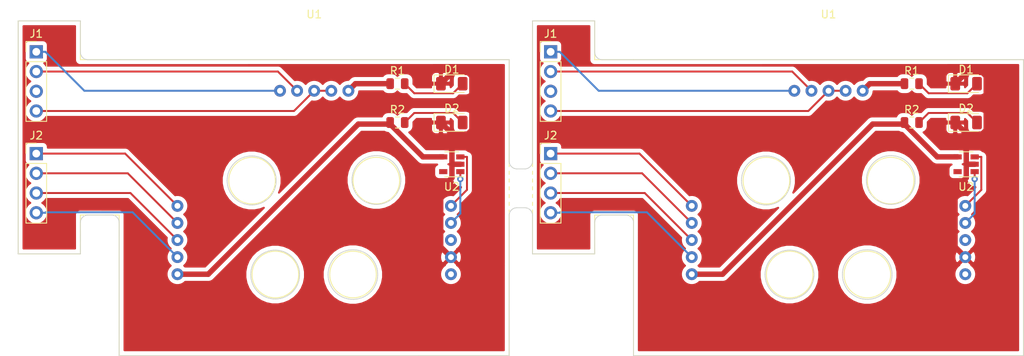
<source format=kicad_pcb>
(kicad_pcb (version 20171130) (host pcbnew 5.1.6-c6e7f7d~87~ubuntu20.04.1)
  (layers (0 F.Cu signal) (31 B.Cu signal) (34 B.Paste user) (35 F.Paste user) (36 B.SilkS user) (37 F.SilkS user) (38 B.Mask user) (39 F.Mask user) (44 Edge.Cuts user))
  (net 0 "")
  (net 1 Board_1-+12V)
  (net 2 Board_1-+3V3)
  (net 3 Board_1-A1A)
  (net 4 Board_1-A1B)
  (net 5 Board_1-A2A)
  (net 6 Board_1-A2B)
  (net 7 Board_1-GND)
  (net 8 "Board_1-Net-(D1-Pad2)")
  (net 9 "Board_1-Net-(D2-Pad2)")
  (net 10 "Board_1-Net-(U2-Pad5)")
  (net 11 Board_1-SCL)
  (net 12 Board_1-SDA)
  (net 13 Board_1-Z1A)
  (net 14 Board_1-Z1B)
  (net 15 Board_1-Z2A)
  (net 16 Board_1-Z2B)
  (net 17 Board_1-limZ)
  (net 18 Board_1-pwm)
  (net 19 Board_2-+12V)
  (net 20 Board_2-+3V3)
  (net 21 Board_2-A1A)
  (net 22 Board_2-A1B)
  (net 23 Board_2-A2A)
  (net 24 Board_2-A2B)
  (net 25 Board_2-GND)
  (net 26 "Board_2-Net-(D1-Pad2)")
  (net 27 "Board_2-Net-(D2-Pad2)")
  (net 28 "Board_2-Net-(U2-Pad5)")
  (net 29 Board_2-SCL)
  (net 30 Board_2-SDA)
  (net 31 Board_2-Z1A)
  (net 32 Board_2-Z1B)
  (net 33 Board_2-Z2A)
  (net 34 Board_2-Z2B)
  (net 35 Board_2-limZ)
  (net 36 Board_2-pwm)
  (module NPTH (layer F.Cu) (at 116.226559 69.062062)
    (fp_text reference REF** hide)
    (fp_text value NPTH hide)
    (pad "" np_thru_hole circle (at 0 0) (size 0.5 0.5) (drill 0.5) (layers *.Cu *.Mask))
  )
  (module NPTH (layer F.Cu) (at 116.226389 70.062062)
    (fp_text reference REF** hide)
    (fp_text value NPTH hide)
    (pad "" np_thru_hole circle (at 0 0) (size 0.5 0.5) (drill 0.5) (layers *.Cu *.Mask))
  )
  (module NPTH (layer F.Cu) (at 116.226219 71.062062)
    (fp_text reference REF** hide)
    (fp_text value NPTH hide)
    (pad "" np_thru_hole circle (at 0 0) (size 0.5 0.5) (drill 0.5) (layers *.Cu *.Mask))
  )
  (module NPTH (layer F.Cu) (at 116.226049 72.062062)
    (fp_text reference REF** hide)
    (fp_text value NPTH hide)
    (pad "" np_thru_hole circle (at 0 0) (size 0.5 0.5) (drill 0.5) (layers *.Cu *.Mask))
  )
  (module NPTH (layer F.Cu) (at 116.225879 73.062062)
    (fp_text reference REF** hide)
    (fp_text value NPTH hide)
    (pad "" np_thru_hole circle (at 0 0) (size 0.5 0.5) (drill 0.5) (layers *.Cu *.Mask))
  )
  (module NPTH (layer F.Cu) (at 116.225709 74.062062)
    (fp_text reference REF** hide)
    (fp_text value NPTH hide)
    (pad "" np_thru_hole circle (at 0 0) (size 0.5 0.5) (drill 0.5) (layers *.Cu *.Mask))
  )
  (module NPTH (layer F.Cu) (at 113.221599 74.062062)
    (fp_text reference REF** hide)
    (fp_text value NPTH hide)
    (pad "" np_thru_hole circle (at 0 0) (size 0.5 0.5) (drill 0.5) (layers *.Cu *.Mask))
  )
  (module NPTH (layer F.Cu) (at 113.221866 73.062062)
    (fp_text reference REF** hide)
    (fp_text value NPTH hide)
    (pad "" np_thru_hole circle (at 0 0) (size 0.5 0.5) (drill 0.5) (layers *.Cu *.Mask))
  )
  (module NPTH (layer F.Cu) (at 113.222134 72.062062)
    (fp_text reference REF** hide)
    (fp_text value NPTH hide)
    (pad "" np_thru_hole circle (at 0 0) (size 0.5 0.5) (drill 0.5) (layers *.Cu *.Mask))
  )
  (module NPTH (layer F.Cu) (at 113.222401 71.062062)
    (fp_text reference REF** hide)
    (fp_text value NPTH hide)
    (pad "" np_thru_hole circle (at 0 0) (size 0.5 0.5) (drill 0.5) (layers *.Cu *.Mask))
  )
  (module NPTH (layer F.Cu) (at 113.222669 70.062062)
    (fp_text reference REF** hide)
    (fp_text value NPTH hide)
    (pad "" np_thru_hole circle (at 0 0) (size 0.5 0.5) (drill 0.5) (layers *.Cu *.Mask))
  )
  (module NPTH (layer F.Cu) (at 113.222937 69.062062)
    (fp_text reference REF** hide)
    (fp_text value NPTH hide)
    (pad "" np_thru_hole circle (at 0 0) (size 0.5 0.5) (drill 0.5) (layers *.Cu *.Mask))
  )
  (module Package_TO_SOT_SMD:SOT-23-5 (layer F.Cu) (at 172.057013 68.465781 180)
    (fp_text reference U2 (at 0 -2.9) (layer F.SilkS))
    (fp_text value 24AA02-OT)
    (pad 5 smd rect (at 1.1 -0.95 180) (size 1.06 0.65) (layers F.Cu F.Paste F.Mask) (net 28 "Board_2-Net-(U2-Pad5)"))
    (pad 4 smd rect (at 1.1 0.95 180) (size 1.06 0.65) (layers F.Cu F.Paste F.Mask) (net 20 Board_2-+3V3))
    (pad 3 smd rect (at -1.1 0.95 180) (size 1.06 0.65) (layers F.Cu F.Paste F.Mask) (net 30 Board_2-SDA))
    (pad 2 smd rect (at -1.1 0 180) (size 1.06 0.65) (layers F.Cu F.Paste F.Mask) (net 25 Board_2-GND))
    (pad 1 smd rect (at -1.1 -0.95 180) (size 1.06 0.65) (layers F.Cu F.Paste F.Mask) (net 29 Board_2-SCL))
  )
  (module Resistor_SMD:R_0805_2012Metric (layer F.Cu) (at 165.057013 63.091081)
    (fp_text reference R2 (at 0 -1.65) (layer F.SilkS))
    (fp_text value R)
    (pad 1 smd roundrect (at -0.9375 0) (size 0.975 1.4) (layers F.Cu F.Paste F.Mask) (net 20 Board_2-+3V3))
    (pad 2 smd roundrect (at 0.9375 0) (size 0.975 1.4) (layers F.Cu F.Paste F.Mask) (net 27 "Board_2-Net-(D2-Pad2)"))
  )
  (module Resistor_SMD:R_0805_2012Metric (layer F.Cu) (at 165.057013 58.091081)
    (fp_text reference R1 (at 0 -1.65) (layer F.SilkS))
    (fp_text value R)
    (pad 2 smd roundrect (at 0.9375 0) (size 0.975 1.4) (layers F.Cu F.Paste F.Mask) (net 26 "Board_2-Net-(D1-Pad2)"))
    (pad 1 smd roundrect (at -0.9375 0) (size 0.975 1.4) (layers F.Cu F.Paste F.Mask) (net 19 Board_2-+12V))
  )
  (module Connector_PinHeader_2.54mm:PinHeader_1x04_P2.54mm_Vertical (layer F.Cu) (at 118.557013 67.091081)
    (fp_text reference J2 (at 0 -2.33) (layer F.SilkS))
    (fp_text value Conn_01x04)
    (pad 1 thru_hole rect (at 0 0) (size 1.7 1.7) (drill 1) (layers *.Cu *.Mask) (net 31 Board_2-Z1A))
    (pad 2 thru_hole oval (at 0 2.54) (size 1.7 1.7) (drill 1) (layers *.Cu *.Mask) (net 33 Board_2-Z2A))
    (pad 3 thru_hole oval (at 0 5.08) (size 1.7 1.7) (drill 1) (layers *.Cu *.Mask) (net 32 Board_2-Z1B))
    (pad 4 thru_hole oval (at 0 7.62) (size 1.7 1.7) (drill 1) (layers *.Cu *.Mask) (net 34 Board_2-Z2B))
  )
  (module Connector_PinHeader_2.54mm:PinHeader_1x04_P2.54mm_Vertical (layer F.Cu) (at 118.557013 53.987781)
    (fp_text reference J1 (at 0 -2.33) (layer F.SilkS))
    (fp_text value Conn_01x04)
    (pad 4 thru_hole oval (at 0 7.62) (size 1.7 1.7) (drill 1) (layers *.Cu *.Mask) (net 24 Board_2-A2B))
    (pad 3 thru_hole oval (at 0 5.08) (size 1.7 1.7) (drill 1) (layers *.Cu *.Mask) (net 22 Board_2-A1B))
    (pad 2 thru_hole oval (at 0 2.54) (size 1.7 1.7) (drill 1) (layers *.Cu *.Mask) (net 23 Board_2-A2A))
    (pad 1 thru_hole rect (at 0 0) (size 1.7 1.7) (drill 1) (layers *.Cu *.Mask) (net 21 Board_2-A1A))
  )
  (module LED_SMD:LED_1206_3216Metric (layer F.Cu) (at 172.057013 63.091081)
    (fp_text reference D2 (at 0 -1.82) (layer F.SilkS))
    (fp_text value LED)
    (pad 2 smd roundrect (at 1.4 0) (size 1.25 1.75) (layers F.Cu F.Paste F.Mask) (roundrect_rratio 0.2) (net 27 "Board_2-Net-(D2-Pad2)"))
    (pad 1 smd roundrect (at -1.4 0) (size 1.25 1.75) (layers F.Cu F.Paste F.Mask) (roundrect_rratio 0.2) (net 25 Board_2-GND))
  )
  (module LED_SMD:LED_1206_3216Metric (layer F.Cu) (at 172.057013 58.091081)
    (fp_text reference D1 (at 0 -1.82) (layer F.SilkS))
    (fp_text value LED)
    (pad 1 smd roundrect (at -1.4 0) (size 1.25 1.75) (layers F.Cu F.Paste F.Mask) (roundrect_rratio 0.2) (net 25 Board_2-GND))
    (pad 2 smd roundrect (at 1.4 0) (size 1.25 1.75) (layers F.Cu F.Paste F.Mask) (roundrect_rratio 0.2) (net 26 "Board_2-Net-(D1-Pad2)"))
  )
  (module Pick_n_place_head_PCB:PnP_PCB_v1.0 (layer F.Cu) (at 154.341013 74.063981)
    (fp_text reference U1 (at 0 -24.9) (layer F.SilkS))
    (fp_text value Pick_and_place_pcb)
    (pad 5 thru_hole circle (at 4.4 -15.06) (size 1.524 1.524) (drill 0.762) (layers *.Cu *.Mask) (net 19 Board_2-+12V))
    (pad 1 thru_hole circle (at -4.4 -15.06) (size 1.524 1.524) (drill 0.762) (layers *.Cu *.Mask) (net 21 Board_2-A1A))
    (pad 4 thru_hole circle (at 2.2 -15.06) (size 1.524 1.524) (drill 0.762) (layers *.Cu *.Mask) (net 24 Board_2-A2B))
    (pad 2 thru_hole circle (at -2.2 -15.06) (size 1.524 1.524) (drill 0.762) (layers *.Cu *.Mask) (net 23 Board_2-A2A))
    (pad 3 thru_hole circle (at 0 -15.06) (size 1.524 1.524) (drill 0.762) (layers *.Cu *.Mask) (net 24 Board_2-A2B))
    (pad 15 thru_hole circle (at -17.61 -0.24) (size 1.524 1.524) (drill 0.762) (layers *.Cu *.Mask) (net 31 Board_2-Z1A))
    (pad 14 thru_hole circle (at -17.61 1.96) (size 1.524 1.524) (drill 0.762) (layers *.Cu *.Mask) (net 33 Board_2-Z2A))
    (pad 13 thru_hole circle (at -17.61 4.16) (size 1.524 1.524) (drill 0.762) (layers *.Cu *.Mask) (net 32 Board_2-Z1B))
    (pad 12 thru_hole circle (at -17.61 6.36) (size 1.524 1.524) (drill 0.762) (layers *.Cu *.Mask) (net 34 Board_2-Z2B))
    (pad 11 thru_hole circle (at -17.61 8.56) (size 1.524 1.524) (drill 0.762) (layers *.Cu *.Mask) (net 20 Board_2-+3V3))
    (pad 6 thru_hole circle (at 17.61 -0.24) (size 1.524 1.524) (drill 0.762) (layers *.Cu *.Mask) (net 30 Board_2-SDA))
    (pad 7 thru_hole circle (at 17.61 1.96) (size 1.524 1.524) (drill 0.762) (layers *.Cu *.Mask) (net 29 Board_2-SCL))
    (pad 8 thru_hole circle (at 17.61 4.16) (size 1.524 1.524) (drill 0.762) (layers *.Cu *.Mask) (net 35 Board_2-limZ))
    (pad 9 thru_hole circle (at 17.61 6.36) (size 1.524 1.524) (drill 0.762) (layers *.Cu *.Mask) (net 25 Board_2-GND))
    (pad 10 thru_hole circle (at 17.61 8.56) (size 1.524 1.524) (drill 0.762) (layers *.Cu *.Mask) (net 36 Board_2-pwm))
  )
  (module Package_TO_SOT_SMD:SOT-23-5 (layer F.Cu) (at 105.831321 68.465781 180)
    (fp_text reference U2 (at 0 -2.9) (layer F.SilkS))
    (fp_text value 24AA02-OT)
    (pad 5 smd rect (at 1.1 -0.95 180) (size 1.06 0.65) (layers F.Cu F.Paste F.Mask) (net 10 "Board_1-Net-(U2-Pad5)"))
    (pad 4 smd rect (at 1.1 0.95 180) (size 1.06 0.65) (layers F.Cu F.Paste F.Mask) (net 2 Board_1-+3V3))
    (pad 3 smd rect (at -1.1 0.95 180) (size 1.06 0.65) (layers F.Cu F.Paste F.Mask) (net 12 Board_1-SDA))
    (pad 2 smd rect (at -1.1 0 180) (size 1.06 0.65) (layers F.Cu F.Paste F.Mask) (net 7 Board_1-GND))
    (pad 1 smd rect (at -1.1 -0.95 180) (size 1.06 0.65) (layers F.Cu F.Paste F.Mask) (net 11 Board_1-SCL))
  )
  (module Resistor_SMD:R_0805_2012Metric (layer F.Cu) (at 98.831321 63.091081)
    (fp_text reference R2 (at 0 -1.65) (layer F.SilkS))
    (fp_text value R)
    (pad 1 smd roundrect (at -0.9375 0) (size 0.975 1.4) (layers F.Cu F.Paste F.Mask) (net 2 Board_1-+3V3))
    (pad 2 smd roundrect (at 0.9375 0) (size 0.975 1.4) (layers F.Cu F.Paste F.Mask) (net 9 "Board_1-Net-(D2-Pad2)"))
  )
  (module Resistor_SMD:R_0805_2012Metric (layer F.Cu) (at 98.831321 58.091081)
    (fp_text reference R1 (at 0 -1.65) (layer F.SilkS))
    (fp_text value R)
    (pad 2 smd roundrect (at 0.9375 0) (size 0.975 1.4) (layers F.Cu F.Paste F.Mask) (net 8 "Board_1-Net-(D1-Pad2)"))
    (pad 1 smd roundrect (at -0.9375 0) (size 0.975 1.4) (layers F.Cu F.Paste F.Mask) (net 1 Board_1-+12V))
  )
  (module Connector_PinHeader_2.54mm:PinHeader_1x04_P2.54mm_Vertical (layer F.Cu) (at 52.331321 67.091081)
    (fp_text reference J2 (at 0 -2.33) (layer F.SilkS))
    (fp_text value Conn_01x04)
    (pad 1 thru_hole rect (at 0 0) (size 1.7 1.7) (drill 1) (layers *.Cu *.Mask) (net 13 Board_1-Z1A))
    (pad 2 thru_hole oval (at 0 2.54) (size 1.7 1.7) (drill 1) (layers *.Cu *.Mask) (net 15 Board_1-Z2A))
    (pad 3 thru_hole oval (at 0 5.08) (size 1.7 1.7) (drill 1) (layers *.Cu *.Mask) (net 14 Board_1-Z1B))
    (pad 4 thru_hole oval (at 0 7.62) (size 1.7 1.7) (drill 1) (layers *.Cu *.Mask) (net 16 Board_1-Z2B))
  )
  (module Connector_PinHeader_2.54mm:PinHeader_1x04_P2.54mm_Vertical (layer F.Cu) (at 52.331321 53.987781)
    (fp_text reference J1 (at 0 -2.33) (layer F.SilkS))
    (fp_text value Conn_01x04)
    (pad 4 thru_hole oval (at 0 7.62) (size 1.7 1.7) (drill 1) (layers *.Cu *.Mask) (net 6 Board_1-A2B))
    (pad 3 thru_hole oval (at 0 5.08) (size 1.7 1.7) (drill 1) (layers *.Cu *.Mask) (net 4 Board_1-A1B))
    (pad 2 thru_hole oval (at 0 2.54) (size 1.7 1.7) (drill 1) (layers *.Cu *.Mask) (net 5 Board_1-A2A))
    (pad 1 thru_hole rect (at 0 0) (size 1.7 1.7) (drill 1) (layers *.Cu *.Mask) (net 3 Board_1-A1A))
  )
  (module LED_SMD:LED_1206_3216Metric (layer F.Cu) (at 105.831321 63.091081)
    (fp_text reference D2 (at 0 -1.82) (layer F.SilkS))
    (fp_text value LED)
    (pad 2 smd roundrect (at 1.4 0) (size 1.25 1.75) (layers F.Cu F.Paste F.Mask) (roundrect_rratio 0.2) (net 9 "Board_1-Net-(D2-Pad2)"))
    (pad 1 smd roundrect (at -1.4 0) (size 1.25 1.75) (layers F.Cu F.Paste F.Mask) (roundrect_rratio 0.2) (net 7 Board_1-GND))
  )
  (module LED_SMD:LED_1206_3216Metric (layer F.Cu) (at 105.831321 58.091081)
    (fp_text reference D1 (at 0 -1.82) (layer F.SilkS))
    (fp_text value LED)
    (pad 1 smd roundrect (at -1.4 0) (size 1.25 1.75) (layers F.Cu F.Paste F.Mask) (roundrect_rratio 0.2) (net 7 Board_1-GND))
    (pad 2 smd roundrect (at 1.4 0) (size 1.25 1.75) (layers F.Cu F.Paste F.Mask) (roundrect_rratio 0.2) (net 8 "Board_1-Net-(D1-Pad2)"))
  )
  (module Pick_n_place_head_PCB:PnP_PCB_v1.0 (layer F.Cu) (at 88.115321 74.063981)
    (fp_text reference U1 (at 0 -24.9) (layer F.SilkS))
    (fp_text value Pick_and_place_pcb)
    (pad 5 thru_hole circle (at 4.4 -15.06) (size 1.524 1.524) (drill 0.762) (layers *.Cu *.Mask) (net 1 Board_1-+12V))
    (pad 1 thru_hole circle (at -4.4 -15.06) (size 1.524 1.524) (drill 0.762) (layers *.Cu *.Mask) (net 3 Board_1-A1A))
    (pad 4 thru_hole circle (at 2.2 -15.06) (size 1.524 1.524) (drill 0.762) (layers *.Cu *.Mask) (net 6 Board_1-A2B))
    (pad 2 thru_hole circle (at -2.2 -15.06) (size 1.524 1.524) (drill 0.762) (layers *.Cu *.Mask) (net 5 Board_1-A2A))
    (pad 3 thru_hole circle (at 0 -15.06) (size 1.524 1.524) (drill 0.762) (layers *.Cu *.Mask) (net 6 Board_1-A2B))
    (pad 15 thru_hole circle (at -17.61 -0.24) (size 1.524 1.524) (drill 0.762) (layers *.Cu *.Mask) (net 13 Board_1-Z1A))
    (pad 14 thru_hole circle (at -17.61 1.96) (size 1.524 1.524) (drill 0.762) (layers *.Cu *.Mask) (net 15 Board_1-Z2A))
    (pad 13 thru_hole circle (at -17.61 4.16) (size 1.524 1.524) (drill 0.762) (layers *.Cu *.Mask) (net 14 Board_1-Z1B))
    (pad 12 thru_hole circle (at -17.61 6.36) (size 1.524 1.524) (drill 0.762) (layers *.Cu *.Mask) (net 16 Board_1-Z2B))
    (pad 11 thru_hole circle (at -17.61 8.56) (size 1.524 1.524) (drill 0.762) (layers *.Cu *.Mask) (net 2 Board_1-+3V3))
    (pad 6 thru_hole circle (at 17.61 -0.24) (size 1.524 1.524) (drill 0.762) (layers *.Cu *.Mask) (net 12 Board_1-SDA))
    (pad 7 thru_hole circle (at 17.61 1.96) (size 1.524 1.524) (drill 0.762) (layers *.Cu *.Mask) (net 11 Board_1-SCL))
    (pad 8 thru_hole circle (at 17.61 4.16) (size 1.524 1.524) (drill 0.762) (layers *.Cu *.Mask) (net 17 Board_1-limZ))
    (pad 9 thru_hole circle (at 17.61 6.36) (size 1.524 1.524) (drill 0.762) (layers *.Cu *.Mask) (net 7 Board_1-GND))
    (pad 10 thru_hole circle (at 17.61 8.56) (size 1.524 1.524) (drill 0.762) (layers *.Cu *.Mask) (net 18 Board_1-pwm))
  )
  (gr_line (start 82.7321 72.2401) (end 82.6108 72.4184) (layer Edge.Cuts) (width 0.1))
  (gr_line (start 82.7838 72.1555) (end 82.7321 72.2401) (layer Edge.Cuts) (width 0.1))
  (gr_line (start 82.8868 71.966) (end 82.7838 72.1555) (layer Edge.Cuts) (width 0.1))
  (gr_line (start 82.9298 71.8766) (end 82.8868 71.966) (layer Edge.Cuts) (width 0.1))
  (gr_line (start 83.0134 71.6779) (end 82.9298 71.8766) (layer Edge.Cuts) (width 0.1))
  (gr_line (start 83.0472 71.5847) (end 83.0134 71.6779) (layer Edge.Cuts) (width 0.1))
  (gr_line (start 83.1106 71.3786) (end 83.0472 71.5847) (layer Edge.Cuts) (width 0.1))
  (gr_line (start 83.1351 71.2825) (end 83.1106 71.3786) (layer Edge.Cuts) (width 0.1))
  (gr_line (start 83.1776 71.0711) (end 83.1351 71.2825) (layer Edge.Cuts) (width 0.1))
  (gr_line (start 83.1924 70.973) (end 83.1776 71.0711) (layer Edge.Cuts) (width 0.1))
  (gr_line (start 83.2137 70.7584) (end 83.1924 70.973) (layer Edge.Cuts) (width 0.1))
  (gr_line (start 83.2186 70.6594) (end 83.2137 70.7584) (layer Edge.Cuts) (width 0.1))
  (gr_line (start 83.2184 70.4438) (end 83.2186 70.6594) (layer Edge.Cuts) (width 0.1))
  (gr_line (start 83.2134 70.3447) (end 83.2184 70.4438) (layer Edge.Cuts) (width 0.1))
  (gr_line (start 83.1918 70.1302) (end 83.2134 70.3447) (layer Edge.Cuts) (width 0.1))
  (gr_line (start 83.1769 70.0321) (end 83.1918 70.1302) (layer Edge.Cuts) (width 0.1))
  (gr_line (start 83.1341 69.8208) (end 83.1769 70.0321) (layer Edge.Cuts) (width 0.1))
  (gr_line (start 83.1095 69.7247) (end 83.1341 69.8208) (layer Edge.Cuts) (width 0.1))
  (gr_line (start 83.0459 69.5187) (end 83.1095 69.7247) (layer Edge.Cuts) (width 0.1))
  (gr_line (start 83.0119 69.4255) (end 83.0459 69.5187) (layer Edge.Cuts) (width 0.1))
  (gr_line (start 82.928 69.2269) (end 83.0119 69.4255) (layer Edge.Cuts) (width 0.1))
  (gr_line (start 82.8849 69.1376) (end 82.928 69.2269) (layer Edge.Cuts) (width 0.1))
  (gr_line (start 82.7816 68.9483) (end 82.8849 69.1376) (layer Edge.Cuts) (width 0.1))
  (gr_line (start 82.7299 68.8637) (end 82.7816 68.9483) (layer Edge.Cuts) (width 0.1))
  (gr_line (start 82.6083 68.6856) (end 82.7299 68.8637) (layer Edge.Cuts) (width 0.1))
  (gr_line (start 82.5483 68.6066) (end 82.6083 68.6856) (layer Edge.Cuts) (width 0.1))
  (gr_line (start 82.4096 68.4415) (end 82.5483 68.6066) (layer Edge.Cuts) (width 0.1))
  (gr_line (start 82.3421 68.3688) (end 82.4096 68.4415) (layer Edge.Cuts) (width 0.1))
  (gr_line (start 82.1877 68.2184) (end 82.3421 68.3688) (layer Edge.Cuts) (width 0.1))
  (gr_line (start 82.1133 68.1528) (end 82.1877 68.2184) (layer Edge.Cuts) (width 0.1))
  (gr_line (start 81.9446 68.0185) (end 82.1133 68.1528) (layer Edge.Cuts) (width 0.1))
  (gr_line (start 81.864 67.9606) (end 81.9446 68.0185) (layer Edge.Cuts) (width 0.1))
  (gr_line (start 81.6828 67.8438) (end 81.864 67.9606) (layer Edge.Cuts) (width 0.1))
  (gr_line (start 81.5969 67.7942) (end 81.6828 67.8438) (layer Edge.Cuts) (width 0.1))
  (gr_line (start 81.405 67.696) (end 81.5969 67.7942) (layer Edge.Cuts) (width 0.1))
  (gr_line (start 81.3145 67.6553) (end 81.405 67.696) (layer Edge.Cuts) (width 0.1))
  (gr_line (start 81.1138 67.5766) (end 81.3145 67.6553) (layer Edge.Cuts) (width 0.1))
  (gr_line (start 81.0197 67.5451) (end 81.1138 67.5766) (layer Edge.Cuts) (width 0.1))
  (gr_line (start 80.8121 67.4869) (end 81.0197 67.5451) (layer Edge.Cuts) (width 0.1))
  (gr_line (start 80.7154 67.4648) (end 80.8121 67.4869) (layer Edge.Cuts) (width 0.1))
  (gr_line (start 80.5031 67.4276) (end 80.7154 67.4648) (layer Edge.Cuts) (width 0.1))
  (gr_line (start 80.4046 67.4153) (end 80.5031 67.4276) (layer Edge.Cuts) (width 0.1))
  (gr_line (start 80.1896 67.3993) (end 80.4046 67.4153) (layer Edge.Cuts) (width 0.1))
  (gr_line (start 80.0904 67.3969) (end 80.1896 67.3993) (layer Edge.Cuts) (width 0.1))
  (gr_line (start 79.8749 67.4024) (end 80.0904 67.3969) (layer Edge.Cuts) (width 0.1))
  (gr_line (start 79.776 67.4099) (end 79.8749 67.4024) (layer Edge.Cuts) (width 0.1))
  (gr_line (start 79.5621 67.4369) (end 79.776 67.4099) (layer Edge.Cuts) (width 0.1))
  (gr_line (start 79.4644 67.4541) (end 79.5621 67.4369) (layer Edge.Cuts) (width 0.1))
  (gr_line (start 79.2542 67.5023) (end 79.4644 67.4541) (layer Edge.Cuts) (width 0.1))
  (gr_line (start 79.1588 67.5292) (end 79.2542 67.5023) (layer Edge.Cuts) (width 0.1))
  (gr_line (start 78.9544 67.598) (end 79.1588 67.5292) (layer Edge.Cuts) (width 0.1))
  (gr_line (start 78.8621 67.6343) (end 78.9544 67.598) (layer Edge.Cuts) (width 0.1))
  (gr_line (start 78.6657 67.7231) (end 78.8621 67.6343) (layer Edge.Cuts) (width 0.1))
  (gr_line (start 78.5774 67.7684) (end 78.6657 67.7231) (layer Edge.Cuts) (width 0.1))
  (gr_line (start 78.3908 67.8763) (end 78.5774 67.7684) (layer Edge.Cuts) (width 0.1))
  (gr_line (start 78.3075 67.9302) (end 78.3908 67.8763) (layer Edge.Cuts) (width 0.1))
  (gr_line (start 78.1325 68.0562) (end 78.3075 67.9302) (layer Edge.Cuts) (width 0.1))
  (gr_line (start 78.055 68.1181) (end 78.1325 68.0562) (layer Edge.Cuts) (width 0.1))
  (gr_line (start 77.8934 68.2609) (end 78.055 68.1181) (layer Edge.Cuts) (width 0.1))
  (gr_line (start 77.8225 68.3302) (end 77.8934 68.2609) (layer Edge.Cuts) (width 0.1))
  (gr_line (start 77.6759 68.4883) (end 77.8225 68.3302) (layer Edge.Cuts) (width 0.1))
  (gr_line (start 77.6122 68.5644) (end 77.6759 68.4883) (layer Edge.Cuts) (width 0.1))
  (gr_line (start 77.4821 68.7363) (end 77.6122 68.5644) (layer Edge.Cuts) (width 0.1))
  (gr_line (start 77.4263 68.8183) (end 77.4821 68.7363) (layer Edge.Cuts) (width 0.1))
  (gr_line (start 77.314 69.0024) (end 77.4263 68.8183) (layer Edge.Cuts) (width 0.1))
  (gr_line (start 77.2666 69.0895) (end 77.314 69.0024) (layer Edge.Cuts) (width 0.1))
  (gr_line (start 77.1732 69.2838) (end 77.2666 69.0895) (layer Edge.Cuts) (width 0.1))
  (gr_line (start 77.1347 69.3752) (end 77.1732 69.2838) (layer Edge.Cuts) (width 0.1))
  (gr_line (start 77.0611 69.5779) (end 77.1347 69.3752) (layer Edge.Cuts) (width 0.1))
  (gr_line (start 77.032 69.6727) (end 77.0611 69.5779) (layer Edge.Cuts) (width 0.1))
  (gr_line (start 76.9789 69.8817) (end 77.032 69.6727) (layer Edge.Cuts) (width 0.1))
  (gr_line (start 76.9593 69.9789) (end 76.9789 69.8817) (layer Edge.Cuts) (width 0.1))
  (gr_line (start 76.9273 70.1921) (end 76.9593 69.9789) (layer Edge.Cuts) (width 0.1))
  (gr_line (start 76.9175 70.2908) (end 76.9273 70.1921) (layer Edge.Cuts) (width 0.1))
  (gr_line (start 76.9069 70.5062) (end 76.9175 70.2908) (layer Edge.Cuts) (width 0.1))
  (gr_line (start 76.907 70.6054) (end 76.9069 70.5062) (layer Edge.Cuts) (width 0.1))
  (gr_line (start 76.9179 70.8207) (end 76.907 70.6054) (layer Edge.Cuts) (width 0.1))
  (gr_line (start 76.9278 70.9194) (end 76.9179 70.8207) (layer Edge.Cuts) (width 0.1))
  (gr_line (start 76.9601 71.1326) (end 76.9278 70.9194) (layer Edge.Cuts) (width 0.1))
  (gr_line (start 76.9798 71.2298) (end 76.9601 71.1326) (layer Edge.Cuts) (width 0.1))
  (gr_line (start 77.0331 71.4387) (end 76.9798 71.2298) (layer Edge.Cuts) (width 0.1))
  (gr_line (start 77.0624 71.5335) (end 77.0331 71.4387) (layer Edge.Cuts) (width 0.1))
  (gr_line (start 77.1363 71.736) (end 77.0624 71.5335) (layer Edge.Cuts) (width 0.1))
  (gr_line (start 77.1749 71.8274) (end 77.1363 71.736) (layer Edge.Cuts) (width 0.1))
  (gr_line (start 77.2686 72.0216) (end 77.1749 71.8274) (layer Edge.Cuts) (width 0.1))
  (gr_line (start 77.3161 72.1087) (end 77.2686 72.0216) (layer Edge.Cuts) (width 0.1))
  (gr_line (start 77.4286 72.2926) (end 77.3161 72.1087) (layer Edge.Cuts) (width 0.1))
  (gr_line (start 77.4846 72.3745) (end 77.4286 72.2926) (layer Edge.Cuts) (width 0.1))
  (gr_line (start 77.6149 72.5463) (end 77.4846 72.3745) (layer Edge.Cuts) (width 0.1))
  (gr_line (start 77.6787 72.6222) (end 77.6149 72.5463) (layer Edge.Cuts) (width 0.1))
  (gr_line (start 77.8254 72.7802) (end 77.6787 72.6222) (layer Edge.Cuts) (width 0.1))
  (gr_line (start 77.8965 72.8494) (end 77.8254 72.7802) (layer Edge.Cuts) (width 0.1))
  (gr_line (start 78.0582 72.9919) (end 77.8965 72.8494) (layer Edge.Cuts) (width 0.1))
  (gr_line (start 78.1358 73.0537) (end 78.0582 72.9919) (layer Edge.Cuts) (width 0.1))
  (gr_line (start 78.311 73.1795) (end 78.1358 73.0537) (layer Edge.Cuts) (width 0.1))
  (gr_line (start 78.3943 73.2332) (end 78.311 73.1795) (layer Edge.Cuts) (width 0.1))
  (gr_line (start 78.5811 73.3409) (end 78.3943 73.2332) (layer Edge.Cuts) (width 0.1))
  (gr_line (start 78.6694 73.3861) (end 78.5811 73.3409) (layer Edge.Cuts) (width 0.1))
  (gr_line (start 78.866 73.4747) (end 78.6694 73.3861) (layer Edge.Cuts) (width 0.1))
  (gr_line (start 78.9584 73.5108) (end 78.866 73.4747) (layer Edge.Cuts) (width 0.1))
  (gr_line (start 79.1628 73.5794) (end 78.9584 73.5108) (layer Edge.Cuts) (width 0.1))
  (gr_line (start 79.2583 73.6062) (end 79.1628 73.5794) (layer Edge.Cuts) (width 0.1))
  (gr_line (start 79.4686 73.654) (end 79.2583 73.6062) (layer Edge.Cuts) (width 0.1))
  (gr_line (start 79.5662 73.6712) (end 79.4686 73.654) (layer Edge.Cuts) (width 0.1))
  (gr_line (start 79.7802 73.6978) (end 79.5662 73.6712) (layer Edge.Cuts) (width 0.1))
  (gr_line (start 79.8791 73.7052) (end 79.7802 73.6978) (layer Edge.Cuts) (width 0.1))
  (gr_line (start 80.0947 73.7104) (end 79.8791 73.7052) (layer Edge.Cuts) (width 0.1))
  (gr_line (start 80.1938 73.7079) (end 80.0947 73.7104) (layer Edge.Cuts) (width 0.1))
  (gr_line (start 80.4088 73.6916) (end 80.1938 73.7079) (layer Edge.Cuts) (width 0.1))
  (gr_line (start 80.5072 73.6792) (end 80.4088 73.6916) (layer Edge.Cuts) (width 0.1))
  (gr_line (start 80.7195 73.6416) (end 80.5072 73.6792) (layer Edge.Cuts) (width 0.1))
  (gr_line (start 80.8162 73.6195) (end 80.7195 73.6416) (layer Edge.Cuts) (width 0.1))
  (gr_line (start 81.0237 73.561) (end 80.8162 73.6195) (layer Edge.Cuts) (width 0.1))
  (gr_line (start 81.1177 73.5293) (end 81.0237 73.561) (layer Edge.Cuts) (width 0.1))
  (gr_line (start 81.3184 73.4504) (end 81.1177 73.5293) (layer Edge.Cuts) (width 0.1))
  (gr_line (start 81.4088 73.4096) (end 81.3184 73.4504) (layer Edge.Cuts) (width 0.1))
  (gr_line (start 81.6006 73.3111) (end 81.4088 73.4096) (layer Edge.Cuts) (width 0.1))
  (gr_line (start 81.6865 73.2614) (end 81.6006 73.3111) (layer Edge.Cuts) (width 0.1))
  (gr_line (start 81.8675 73.1443) (end 81.6865 73.2614) (layer Edge.Cuts) (width 0.1))
  (gr_line (start 81.948 73.0864) (end 81.8675 73.1443) (layer Edge.Cuts) (width 0.1))
  (gr_line (start 82.1165 72.9518) (end 81.948 73.0864) (layer Edge.Cuts) (width 0.1))
  (gr_line (start 82.1908 72.8861) (end 82.1165 72.9518) (layer Edge.Cuts) (width 0.1))
  (gr_line (start 82.345 72.7355) (end 82.1908 72.8861) (layer Edge.Cuts) (width 0.1))
  (gr_line (start 82.4125 72.6627) (end 82.345 72.7355) (layer Edge.Cuts) (width 0.1))
  (gr_line (start 82.5509 72.4975) (end 82.4125 72.6627) (layer Edge.Cuts) (width 0.1))
  (gr_line (start 82.6108 72.4184) (end 82.5509 72.4975) (layer Edge.Cuts) (width 0.1))
  (gr_line (start 85.5627 84.6169) (end 85.4242 84.7808) (layer Edge.Cuts) (width 0.1))
  (gr_line (start 85.6229 84.538) (end 85.5627 84.6169) (layer Edge.Cuts) (width 0.1))
  (gr_line (start 85.7443 84.3611) (end 85.6229 84.538) (layer Edge.Cuts) (width 0.1))
  (gr_line (start 85.7963 84.2767) (end 85.7443 84.3611) (layer Edge.Cuts) (width 0.1))
  (gr_line (start 85.8996 84.0885) (end 85.7963 84.2767) (layer Edge.Cuts) (width 0.1))
  (gr_line (start 85.9429 83.9993) (end 85.8996 84.0885) (layer Edge.Cuts) (width 0.1))
  (gr_line (start 86.0269 83.8019) (end 85.9429 83.9993) (layer Edge.Cuts) (width 0.1))
  (gr_line (start 86.0612 83.7088) (end 86.0269 83.8019) (layer Edge.Cuts) (width 0.1))
  (gr_line (start 86.1251 83.5039) (end 86.0612 83.7088) (layer Edge.Cuts) (width 0.1))
  (gr_line (start 86.1499 83.4079) (end 86.1251 83.5039) (layer Edge.Cuts) (width 0.1))
  (gr_line (start 86.1931 83.1977) (end 86.1499 83.4079) (layer Edge.Cuts) (width 0.1))
  (gr_line (start 86.2082 83.0996) (end 86.1931 83.1977) (layer Edge.Cuts) (width 0.1))
  (gr_line (start 86.2303 82.8862) (end 86.2082 83.0996) (layer Edge.Cuts) (width 0.1))
  (gr_line (start 86.2355 82.7872) (end 86.2303 82.8862) (layer Edge.Cuts) (width 0.1))
  (gr_line (start 86.2362 82.5726) (end 86.2355 82.7872) (layer Edge.Cuts) (width 0.1))
  (gr_line (start 86.2316 82.4735) (end 86.2362 82.5726) (layer Edge.Cuts) (width 0.1))
  (gr_line (start 86.211 82.2599) (end 86.2316 82.4735) (layer Edge.Cuts) (width 0.1))
  (gr_line (start 86.1965 82.1618) (end 86.211 82.2599) (layer Edge.Cuts) (width 0.1))
  (gr_line (start 86.1547 81.9513) (end 86.1965 82.1618) (layer Edge.Cuts) (width 0.1))
  (gr_line (start 86.1305 81.8551) (end 86.1547 81.9513) (layer Edge.Cuts) (width 0.1))
  (gr_line (start 86.068 81.6498) (end 86.1305 81.8551) (layer Edge.Cuts) (width 0.1))
  (gr_line (start 86.0343 81.5565) (end 86.068 81.6498) (layer Edge.Cuts) (width 0.1))
  (gr_line (start 85.9516 81.3585) (end 86.0343 81.5565) (layer Edge.Cuts) (width 0.1))
  (gr_line (start 85.9089 81.269) (end 85.9516 81.3585) (layer Edge.Cuts) (width 0.1))
  (gr_line (start 85.8069 81.0802) (end 85.9089 81.269) (layer Edge.Cuts) (width 0.1))
  (gr_line (start 85.7554 80.9954) (end 85.8069 81.0802) (layer Edge.Cuts) (width 0.1))
  (gr_line (start 85.6352 80.8177) (end 85.7554 80.9954) (layer Edge.Cuts) (width 0.1))
  (gr_line (start 85.5755 80.7384) (end 85.6352 80.8177) (layer Edge.Cuts) (width 0.1))
  (gr_line (start 85.4381 80.5736) (end 85.5755 80.7384) (layer Edge.Cuts) (width 0.1))
  (gr_line (start 85.3709 80.5007) (end 85.4381 80.5736) (layer Edge.Cuts) (width 0.1))
  (gr_line (start 85.2178 80.3503) (end 85.3709 80.5007) (layer Edge.Cuts) (width 0.1))
  (gr_line (start 85.1436 80.2844) (end 85.2178 80.3503) (layer Edge.Cuts) (width 0.1))
  (gr_line (start 84.9763 80.1501) (end 85.1436 80.2844) (layer Edge.Cuts) (width 0.1))
  (gr_line (start 84.896 80.0919) (end 84.9763 80.1501) (layer Edge.Cuts) (width 0.1))
  (gr_line (start 84.7161 79.9749) (end 84.896 80.0919) (layer Edge.Cuts) (width 0.1))
  (gr_line (start 84.6303 79.925) (end 84.7161 79.9749) (layer Edge.Cuts) (width 0.1))
  (gr_line (start 84.4397 79.8265) (end 84.6303 79.925) (layer Edge.Cuts) (width 0.1))
  (gr_line (start 84.3494 79.7854) (end 84.4397 79.8265) (layer Edge.Cuts) (width 0.1))
  (gr_line (start 84.15 79.7064) (end 84.3494 79.7854) (layer Edge.Cuts) (width 0.1))
  (gr_line (start 84.056 79.6745) (end 84.15 79.7064) (layer Edge.Cuts) (width 0.1))
  (gr_line (start 83.8497 79.6157) (end 84.056 79.6745) (layer Edge.Cuts) (width 0.1))
  (gr_line (start 83.753 79.5933) (end 83.8497 79.6157) (layer Edge.Cuts) (width 0.1))
  (gr_line (start 83.5418 79.5553) (end 83.753 79.5933) (layer Edge.Cuts) (width 0.1))
  (gr_line (start 83.4434 79.5427) (end 83.5418 79.5553) (layer Edge.Cuts) (width 0.1))
  (gr_line (start 83.2295 79.5259) (end 83.4434 79.5427) (layer Edge.Cuts) (width 0.1))
  (gr_line (start 83.1304 79.5231) (end 83.2295 79.5259) (layer Edge.Cuts) (width 0.1))
  (gr_line (start 82.9158 79.5278) (end 83.1304 79.5231) (layer Edge.Cuts) (width 0.1))
  (gr_line (start 82.8169 79.5348) (end 82.9158 79.5278) (layer Edge.Cuts) (width 0.1))
  (gr_line (start 82.6039 79.5608) (end 82.8169 79.5348) (layer Edge.Cuts) (width 0.1))
  (gr_line (start 82.5061 79.5777) (end 82.6039 79.5608) (layer Edge.Cuts) (width 0.1))
  (gr_line (start 82.2968 79.6248) (end 82.5061 79.5777) (layer Edge.Cuts) (width 0.1))
  (gr_line (start 82.2012 79.6513) (end 82.2968 79.6248) (layer Edge.Cuts) (width 0.1))
  (gr_line (start 81.9976 79.719) (end 82.2012 79.6513) (layer Edge.Cuts) (width 0.1))
  (gr_line (start 81.9051 79.7549) (end 81.9976 79.719) (layer Edge.Cuts) (width 0.1))
  (gr_line (start 81.7092 79.8425) (end 81.9051 79.7549) (layer Edge.Cuts) (width 0.1))
  (gr_line (start 81.6208 79.8875) (end 81.7092 79.8425) (layer Edge.Cuts) (width 0.1))
  (gr_line (start 81.4346 79.9942) (end 81.6208 79.8875) (layer Edge.Cuts) (width 0.1))
  (gr_line (start 81.3511 80.0477) (end 81.4346 79.9942) (layer Edge.Cuts) (width 0.1))
  (gr_line (start 81.1765 80.1724) (end 81.3511 80.0477) (layer Edge.Cuts) (width 0.1))
  (gr_line (start 81.0987 80.234) (end 81.1765 80.1724) (layer Edge.Cuts) (width 0.1))
  (gr_line (start 80.9374 80.3755) (end 81.0987 80.234) (layer Edge.Cuts) (width 0.1))
  (gr_line (start 80.8661 80.4445) (end 80.9374 80.3755) (layer Edge.Cuts) (width 0.1))
  (gr_line (start 80.7197 80.6013) (end 80.8661 80.4445) (layer Edge.Cuts) (width 0.1))
  (gr_line (start 80.6557 80.6771) (end 80.7197 80.6013) (layer Edge.Cuts) (width 0.1))
  (gr_line (start 80.5255 80.8477) (end 80.6557 80.6771) (layer Edge.Cuts) (width 0.1))
  (gr_line (start 80.4694 80.9295) (end 80.5255 80.8477) (layer Edge.Cuts) (width 0.1))
  (gr_line (start 80.3569 81.1122) (end 80.4694 80.9295) (layer Edge.Cuts) (width 0.1))
  (gr_line (start 80.3092 81.1992) (end 80.3569 81.1122) (layer Edge.Cuts) (width 0.1))
  (gr_line (start 80.2154 81.3922) (end 80.3092 81.1992) (layer Edge.Cuts) (width 0.1))
  (gr_line (start 80.1766 81.4835) (end 80.2154 81.3922) (layer Edge.Cuts) (width 0.1))
  (gr_line (start 80.1025 81.6849) (end 80.1766 81.4835) (layer Edge.Cuts) (width 0.1))
  (gr_line (start 80.073 81.7795) (end 80.1025 81.6849) (layer Edge.Cuts) (width 0.1))
  (gr_line (start 80.0193 81.9873) (end 80.073 81.7795) (layer Edge.Cuts) (width 0.1))
  (gr_line (start 79.9994 82.0845) (end 80.0193 81.9873) (layer Edge.Cuts) (width 0.1))
  (gr_line (start 79.9667 82.2966) (end 79.9994 82.0845) (layer Edge.Cuts) (width 0.1))
  (gr_line (start 79.9565 82.3952) (end 79.9667 82.2966) (layer Edge.Cuts) (width 0.1))
  (gr_line (start 79.9451 82.6095) (end 79.9565 82.3952) (layer Edge.Cuts) (width 0.1))
  (gr_line (start 79.9447 82.7087) (end 79.9451 82.6095) (layer Edge.Cuts) (width 0.1))
  (gr_line (start 79.9547 82.923) (end 79.9447 82.7087) (layer Edge.Cuts) (width 0.1))
  (gr_line (start 79.9643 83.0218) (end 79.9547 82.923) (layer Edge.Cuts) (width 0.1))
  (gr_line (start 79.9956 83.2341) (end 79.9643 83.0218) (layer Edge.Cuts) (width 0.1))
  (gr_line (start 80.0149 83.3314) (end 79.9956 83.2341) (layer Edge.Cuts) (width 0.1))
  (gr_line (start 80.0672 83.5395) (end 80.0149 83.3314) (layer Edge.Cuts) (width 0.1))
  (gr_line (start 80.0961 83.6344) (end 80.0672 83.5395) (layer Edge.Cuts) (width 0.1))
  (gr_line (start 80.1688 83.8362) (end 80.0961 83.6344) (layer Edge.Cuts) (width 0.1))
  (gr_line (start 80.207 83.9278) (end 80.1688 83.8362) (layer Edge.Cuts) (width 0.1))
  (gr_line (start 80.2995 84.1214) (end 80.207 83.9278) (layer Edge.Cuts) (width 0.1))
  (gr_line (start 80.3467 84.2087) (end 80.2995 84.1214) (layer Edge.Cuts) (width 0.1))
  (gr_line (start 80.4579 84.3922) (end 80.3467 84.2087) (layer Edge.Cuts) (width 0.1))
  (gr_line (start 80.5136 84.4743) (end 80.4579 84.3922) (layer Edge.Cuts) (width 0.1))
  (gr_line (start 80.6426 84.6458) (end 80.5136 84.4743) (layer Edge.Cuts) (width 0.1))
  (gr_line (start 80.7061 84.722) (end 80.6426 84.6458) (layer Edge.Cuts) (width 0.1))
  (gr_line (start 80.8515 84.8798) (end 80.7061 84.722) (layer Edge.Cuts) (width 0.1))
  (gr_line (start 80.9223 84.9492) (end 80.8515 84.8798) (layer Edge.Cuts) (width 0.1))
  (gr_line (start 81.0827 85.0918) (end 80.9223 84.9492) (layer Edge.Cuts) (width 0.1))
  (gr_line (start 81.16 85.1539) (end 81.0827 85.0918) (layer Edge.Cuts) (width 0.1))
  (gr_line (start 81.3339 85.2797) (end 81.16 85.1539) (layer Edge.Cuts) (width 0.1))
  (gr_line (start 81.417 85.3338) (end 81.3339 85.2797) (layer Edge.Cuts) (width 0.1))
  (gr_line (start 81.6025 85.4417) (end 81.417 85.3338) (layer Edge.Cuts) (width 0.1))
  (gr_line (start 81.6906 85.4872) (end 81.6025 85.4417) (layer Edge.Cuts) (width 0.1))
  (gr_line (start 81.8859 85.5761) (end 81.6906 85.4872) (layer Edge.Cuts) (width 0.1))
  (gr_line (start 81.9781 85.6127) (end 81.8859 85.5761) (layer Edge.Cuts) (width 0.1))
  (gr_line (start 82.1813 85.6817) (end 81.9781 85.6127) (layer Edge.Cuts) (width 0.1))
  (gr_line (start 82.2767 85.7089) (end 82.1813 85.6817) (layer Edge.Cuts) (width 0.1))
  (gr_line (start 82.4857 85.7573) (end 82.2767 85.7089) (layer Edge.Cuts) (width 0.1))
  (gr_line (start 82.5834 85.7749) (end 82.4857 85.7573) (layer Edge.Cuts) (width 0.1))
  (gr_line (start 82.7962 85.8022) (end 82.5834 85.7749) (layer Edge.Cuts) (width 0.1))
  (gr_line (start 82.8951 85.81) (end 82.7962 85.8022) (layer Edge.Cuts) (width 0.1))
  (gr_line (start 83.1096 85.816) (end 82.8951 85.81) (layer Edge.Cuts) (width 0.1))
  (gr_line (start 83.2088 85.8139) (end 83.1096 85.816) (layer Edge.Cuts) (width 0.1))
  (gr_line (start 83.4228 85.7986) (end 83.2088 85.8139) (layer Edge.Cuts) (width 0.1))
  (gr_line (start 83.5213 85.7866) (end 83.4228 85.7986) (layer Edge.Cuts) (width 0.1))
  (gr_line (start 83.7327 85.75) (end 83.5213 85.7866) (layer Edge.Cuts) (width 0.1))
  (gr_line (start 83.8295 85.7282) (end 83.7327 85.75) (layer Edge.Cuts) (width 0.1))
  (gr_line (start 84.0362 85.6708) (end 83.8295 85.7282) (layer Edge.Cuts) (width 0.1))
  (gr_line (start 84.1304 85.6395) (end 84.0362 85.6708) (layer Edge.Cuts) (width 0.1))
  (gr_line (start 84.3304 85.5618) (end 84.1304 85.6395) (layer Edge.Cuts) (width 0.1))
  (gr_line (start 84.4209 85.5213) (end 84.3304 85.5618) (layer Edge.Cuts) (width 0.1))
  (gr_line (start 84.6122 85.424) (end 84.4209 85.5213) (layer Edge.Cuts) (width 0.1))
  (gr_line (start 84.6983 85.3747) (end 84.6122 85.424) (layer Edge.Cuts) (width 0.1))
  (gr_line (start 84.8789 85.2589) (end 84.6983 85.3747) (layer Edge.Cuts) (width 0.1))
  (gr_line (start 84.9596 85.2012) (end 84.8789 85.2589) (layer Edge.Cuts) (width 0.1))
  (gr_line (start 85.1278 85.068) (end 84.9596 85.2012) (layer Edge.Cuts) (width 0.1))
  (gr_line (start 85.2024 85.0026) (end 85.1278 85.068) (layer Edge.Cuts) (width 0.1))
  (gr_line (start 85.3565 84.8533) (end 85.2024 85.0026) (layer Edge.Cuts) (width 0.1))
  (gr_line (start 85.4242 84.7808) (end 85.3565 84.8533) (layer Edge.Cuts) (width 0.1))
  (gr_line (start 95.6317 84.6173) (end 95.4921 84.7865) (layer Edge.Cuts) (width 0.1))
  (gr_line (start 95.691 84.5377) (end 95.6317 84.6173) (layer Edge.Cuts) (width 0.1))
  (gr_line (start 95.8131 84.3554) (end 95.691 84.5377) (layer Edge.Cuts) (width 0.1))
  (gr_line (start 95.8641 84.2703) (end 95.8131 84.3554) (layer Edge.Cuts) (width 0.1))
  (gr_line (start 95.9674 84.0767) (end 95.8641 84.2703) (layer Edge.Cuts) (width 0.1))
  (gr_line (start 96.0097 83.987) (end 95.9674 84.0767) (layer Edge.Cuts) (width 0.1))
  (gr_line (start 96.0933 83.7841) (end 96.0097 83.987) (layer Edge.Cuts) (width 0.1))
  (gr_line (start 96.1265 83.6906) (end 96.0933 83.7841) (layer Edge.Cuts) (width 0.1))
  (gr_line (start 96.1894 83.4804) (end 96.1265 83.6906) (layer Edge.Cuts) (width 0.1))
  (gr_line (start 96.2131 83.3841) (end 96.1894 83.4804) (layer Edge.Cuts) (width 0.1))
  (gr_line (start 96.2548 83.1687) (end 96.2131 83.3841) (layer Edge.Cuts) (width 0.1))
  (gr_line (start 96.2688 83.0705) (end 96.2548 83.1687) (layer Edge.Cuts) (width 0.1))
  (gr_line (start 96.2888 82.8519) (end 96.2688 83.0705) (layer Edge.Cuts) (width 0.1))
  (gr_line (start 96.2929 82.7528) (end 96.2888 82.8519) (layer Edge.Cuts) (width 0.1))
  (gr_line (start 96.2911 82.5334) (end 96.2929 82.7528) (layer Edge.Cuts) (width 0.1))
  (gr_line (start 96.2854 82.4344) (end 96.2911 82.5334) (layer Edge.Cuts) (width 0.1))
  (gr_line (start 96.2617 82.2162) (end 96.2854 82.4344) (layer Edge.Cuts) (width 0.1))
  (gr_line (start 96.2461 82.1183) (end 96.2617 82.2162) (layer Edge.Cuts) (width 0.1))
  (gr_line (start 96.2009 81.9035) (end 96.2461 82.1183) (layer Edge.Cuts) (width 0.1))
  (gr_line (start 96.1756 81.8076) (end 96.2009 81.9035) (layer Edge.Cuts) (width 0.1))
  (gr_line (start 96.1092 81.5985) (end 96.1756 81.8076) (layer Edge.Cuts) (width 0.1))
  (gr_line (start 96.0745 81.5055) (end 96.1092 81.5985) (layer Edge.Cuts) (width 0.1))
  (gr_line (start 95.9876 81.304) (end 96.0745 81.5055) (layer Edge.Cuts) (width 0.1))
  (gr_line (start 95.9438 81.215) (end 95.9876 81.304) (layer Edge.Cuts) (width 0.1))
  (gr_line (start 95.8373 81.0232) (end 95.9438 81.215) (layer Edge.Cuts) (width 0.1))
  (gr_line (start 95.7848 80.939) (end 95.8373 81.0232) (layer Edge.Cuts) (width 0.1))
  (gr_line (start 95.6597 80.7587) (end 95.7848 80.939) (layer Edge.Cuts) (width 0.1))
  (gr_line (start 95.5992 80.6801) (end 95.6597 80.7587) (layer Edge.Cuts) (width 0.1))
  (gr_line (start 95.4568 80.5132) (end 95.5992 80.6801) (layer Edge.Cuts) (width 0.1))
  (gr_line (start 95.3887 80.441) (end 95.4568 80.5132) (layer Edge.Cuts) (width 0.1))
  (gr_line (start 95.2304 80.2891) (end 95.3887 80.441) (layer Edge.Cuts) (width 0.1))
  (gr_line (start 95.1554 80.2241) (end 95.2304 80.2891) (layer Edge.Cuts) (width 0.1))
  (gr_line (start 94.9828 80.0887) (end 95.1554 80.2241) (layer Edge.Cuts) (width 0.1))
  (gr_line (start 94.9017 80.0315) (end 94.9828 80.0887) (layer Edge.Cuts) (width 0.1))
  (gr_line (start 94.7164 79.914) (end 94.9017 80.0315) (layer Edge.Cuts) (width 0.1))
  (gr_line (start 94.6301 79.8651) (end 94.7164 79.914) (layer Edge.Cuts) (width 0.1))
  (gr_line (start 94.434 79.7666) (end 94.6301 79.8651) (layer Edge.Cuts) (width 0.1))
  (gr_line (start 94.3433 79.7265) (end 94.434 79.7666) (layer Edge.Cuts) (width 0.1))
  (gr_line (start 94.1384 79.648) (end 94.3433 79.7265) (layer Edge.Cuts) (width 0.1))
  (gr_line (start 94.0441 79.6172) (end 94.1384 79.648) (layer Edge.Cuts) (width 0.1))
  (gr_line (start 93.8324 79.5595) (end 94.0441 79.6172) (layer Edge.Cuts) (width 0.1))
  (gr_line (start 93.7355 79.5383) (end 93.8324 79.5595) (layer Edge.Cuts) (width 0.1))
  (gr_line (start 93.5191 79.502) (end 93.7355 79.5383) (layer Edge.Cuts) (width 0.1))
  (gr_line (start 93.4205 79.4904) (end 93.5191 79.502) (layer Edge.Cuts) (width 0.1))
  (gr_line (start 93.2016 79.4758) (end 93.4205 79.4904) (layer Edge.Cuts) (width 0.1))
  (gr_line (start 93.1024 79.4742) (end 93.2016 79.4758) (layer Edge.Cuts) (width 0.1))
  (gr_line (start 92.8831 79.4815) (end 93.1024 79.4742) (layer Edge.Cuts) (width 0.1))
  (gr_line (start 92.7842 79.4897) (end 92.8831 79.4815) (layer Edge.Cuts) (width 0.1))
  (gr_line (start 92.5667 79.5188) (end 92.7842 79.4897) (layer Edge.Cuts) (width 0.1))
  (gr_line (start 92.4692 79.5368) (end 92.5667 79.5188) (layer Edge.Cuts) (width 0.1))
  (gr_line (start 92.2557 79.5874) (end 92.4692 79.5368) (layer Edge.Cuts) (width 0.1))
  (gr_line (start 92.1604 79.6151) (end 92.2557 79.5874) (layer Edge.Cuts) (width 0.1))
  (gr_line (start 91.953 79.6867) (end 92.1604 79.6151) (layer Edge.Cuts) (width 0.1))
  (gr_line (start 91.861 79.7237) (end 91.953 79.6867) (layer Edge.Cuts) (width 0.1))
  (gr_line (start 91.6617 79.8156) (end 91.861 79.7237) (layer Edge.Cuts) (width 0.1))
  (gr_line (start 91.5738 79.8615) (end 91.6617 79.8156) (layer Edge.Cuts) (width 0.1))
  (gr_line (start 91.3847 79.9728) (end 91.5738 79.8615) (layer Edge.Cuts) (width 0.1))
  (gr_line (start 91.3018 80.0273) (end 91.3847 79.9728) (layer Edge.Cuts) (width 0.1))
  (gr_line (start 91.1247 80.1569) (end 91.3018 80.0273) (layer Edge.Cuts) (width 0.1))
  (gr_line (start 91.0476 80.2194) (end 91.1247 80.1569) (layer Edge.Cuts) (width 0.1))
  (gr_line (start 90.8843 80.3659) (end 91.0476 80.2194) (layer Edge.Cuts) (width 0.1))
  (gr_line (start 90.8139 80.4358) (end 90.8843 80.3659) (layer Edge.Cuts) (width 0.1))
  (gr_line (start 90.666 80.5979) (end 90.8139 80.4358) (layer Edge.Cuts) (width 0.1))
  (gr_line (start 90.6028 80.6744) (end 90.666 80.5979) (layer Edge.Cuts) (width 0.1))
  (gr_line (start 90.4718 80.8504) (end 90.6028 80.6744) (layer Edge.Cuts) (width 0.1))
  (gr_line (start 90.4166 80.9328) (end 90.4718 80.8504) (layer Edge.Cuts) (width 0.1))
  (gr_line (start 90.3037 81.121) (end 90.4166 80.9328) (layer Edge.Cuts) (width 0.1))
  (gr_line (start 90.257 81.2085) (end 90.3037 81.121) (layer Edge.Cuts) (width 0.1))
  (gr_line (start 90.1634 81.407) (end 90.257 81.2085) (layer Edge.Cuts) (width 0.1))
  (gr_line (start 90.1257 81.4987) (end 90.1634 81.407) (layer Edge.Cuts) (width 0.1))
  (gr_line (start 90.0523 81.7055) (end 90.1257 81.4987) (layer Edge.Cuts) (width 0.1))
  (gr_line (start 90.0239 81.8005) (end 90.0523 81.7055) (layer Edge.Cuts) (width 0.1))
  (gr_line (start 89.9715 82.0136) (end 90.0239 81.8005) (layer Edge.Cuts) (width 0.1))
  (gr_line (start 89.9526 82.111) (end 89.9715 82.0136) (layer Edge.Cuts) (width 0.1))
  (gr_line (start 89.9217 82.3282) (end 89.9526 82.111) (layer Edge.Cuts) (width 0.1))
  (gr_line (start 89.9126 82.427) (end 89.9217 82.3282) (layer Edge.Cuts) (width 0.1))
  (gr_line (start 89.9035 82.6463) (end 89.9126 82.427) (layer Edge.Cuts) (width 0.1))
  (gr_line (start 89.9043 82.7455) (end 89.9035 82.6463) (layer Edge.Cuts) (width 0.1))
  (gr_line (start 89.9171 82.9645) (end 89.9043 82.7455) (layer Edge.Cuts) (width 0.1))
  (gr_line (start 89.9278 83.0631) (end 89.9171 82.9645) (layer Edge.Cuts) (width 0.1))
  (gr_line (start 89.9623 83.2798) (end 89.9278 83.0631) (layer Edge.Cuts) (width 0.1))
  (gr_line (start 89.9827 83.3769) (end 89.9623 83.2798) (layer Edge.Cuts) (width 0.1))
  (gr_line (start 90.0386 83.5891) (end 89.9827 83.3769) (layer Edge.Cuts) (width 0.1))
  (gr_line (start 90.0686 83.6836) (end 90.0386 83.5891) (layer Edge.Cuts) (width 0.1))
  (gr_line (start 90.1454 83.8892) (end 90.0686 83.6836) (layer Edge.Cuts) (width 0.1))
  (gr_line (start 90.1847 83.9803) (end 90.1454 83.8892) (layer Edge.Cuts) (width 0.1))
  (gr_line (start 90.2815 84.1772) (end 90.1847 83.9803) (layer Edge.Cuts) (width 0.1))
  (gr_line (start 90.3297 84.2639) (end 90.2815 84.1772) (layer Edge.Cuts) (width 0.1))
  (gr_line (start 90.4456 84.4502) (end 90.3297 84.2639) (layer Edge.Cuts) (width 0.1))
  (gr_line (start 90.5022 84.5317) (end 90.4456 84.4502) (layer Edge.Cuts) (width 0.1))
  (gr_line (start 90.6361 84.7055) (end 90.5022 84.5317) (layer Edge.Cuts) (width 0.1))
  (gr_line (start 90.7005 84.781) (end 90.6361 84.7055) (layer Edge.Cuts) (width 0.1))
  (gr_line (start 90.8511 84.9406) (end 90.7005 84.781) (layer Edge.Cuts) (width 0.1))
  (gr_line (start 90.9227 85.0093) (end 90.8511 84.9406) (layer Edge.Cuts) (width 0.1))
  (gr_line (start 91.0884 85.1531) (end 90.9227 85.0093) (layer Edge.Cuts) (width 0.1))
  (gr_line (start 91.1665 85.2143) (end 91.0884 85.1531) (layer Edge.Cuts) (width 0.1))
  (gr_line (start 91.3457 85.3409) (end 91.1665 85.2143) (layer Edge.Cuts) (width 0.1))
  (gr_line (start 91.4294 85.3941) (end 91.3457 85.3409) (layer Edge.Cuts) (width 0.1))
  (gr_line (start 91.6204 85.5022) (end 91.4294 85.3941) (layer Edge.Cuts) (width 0.1))
  (gr_line (start 91.709 85.5467) (end 91.6204 85.5022) (layer Edge.Cuts) (width 0.1))
  (gr_line (start 91.9098 85.6353) (end 91.709 85.5467) (layer Edge.Cuts) (width 0.1))
  (gr_line (start 92.0024 85.6708) (end 91.9098 85.6353) (layer Edge.Cuts) (width 0.1))
  (gr_line (start 92.211 85.739) (end 92.0024 85.6708) (layer Edge.Cuts) (width 0.1))
  (gr_line (start 92.3067 85.7651) (end 92.211 85.739) (layer Edge.Cuts) (width 0.1))
  (gr_line (start 92.521 85.8121) (end 92.3067 85.7651) (layer Edge.Cuts) (width 0.1))
  (gr_line (start 92.6188 85.8285) (end 92.521 85.8121) (layer Edge.Cuts) (width 0.1))
  (gr_line (start 92.8368 85.854) (end 92.6188 85.8285) (layer Edge.Cuts) (width 0.1))
  (gr_line (start 92.9358 85.8606) (end 92.8368 85.854) (layer Edge.Cuts) (width 0.1))
  (gr_line (start 93.1552 85.8643) (end 92.9358 85.8606) (layer Edge.Cuts) (width 0.1))
  (gr_line (start 93.2543 85.861) (end 93.1552 85.8643) (layer Edge.Cuts) (width 0.1))
  (gr_line (start 93.473 85.8428) (end 93.2543 85.861) (layer Edge.Cuts) (width 0.1))
  (gr_line (start 93.5713 85.8296) (end 93.473 85.8428) (layer Edge.Cuts) (width 0.1))
  (gr_line (start 93.7871 85.7897) (end 93.5713 85.8296) (layer Edge.Cuts) (width 0.1))
  (gr_line (start 93.8836 85.7669) (end 93.7871 85.7897) (layer Edge.Cuts) (width 0.1))
  (gr_line (start 94.0944 85.7057) (end 93.8836 85.7669) (layer Edge.Cuts) (width 0.1))
  (gr_line (start 94.1881 85.6733) (end 94.0944 85.7057) (layer Edge.Cuts) (width 0.1))
  (gr_line (start 94.3917 85.5915) (end 94.1881 85.6733) (layer Edge.Cuts) (width 0.1))
  (gr_line (start 94.4818 85.5499) (end 94.3917 85.5915) (layer Edge.Cuts) (width 0.1))
  (gr_line (start 94.6762 85.4482) (end 94.4818 85.5499) (layer Edge.Cuts) (width 0.1))
  (gr_line (start 94.7617 85.3979) (end 94.6762 85.4482) (layer Edge.Cuts) (width 0.1))
  (gr_line (start 94.9451 85.2773) (end 94.7617 85.3979) (layer Edge.Cuts) (width 0.1))
  (gr_line (start 95.0251 85.2188) (end 94.9451 85.2773) (layer Edge.Cuts) (width 0.1))
  (gr_line (start 95.1955 85.0805) (end 95.0251 85.2188) (layer Edge.Cuts) (width 0.1))
  (gr_line (start 95.2694 85.0143) (end 95.1955 85.0805) (layer Edge.Cuts) (width 0.1))
  (gr_line (start 95.4252 84.8598) (end 95.2694 85.0143) (layer Edge.Cuts) (width 0.1))
  (gr_line (start 95.4921 84.7865) (end 95.4252 84.8598) (layer Edge.Cuts) (width 0.1))
  (gr_line (start 98.598 72.4351) (end 98.46 72.599) (layer Edge.Cuts) (width 0.1))
  (gr_line (start 98.6581 72.3561) (end 98.598 72.4351) (layer Edge.Cuts) (width 0.1))
  (gr_line (start 98.7792 72.1793) (end 98.6581 72.3561) (layer Edge.Cuts) (width 0.1))
  (gr_line (start 98.8311 72.0948) (end 98.7792 72.1793) (layer Edge.Cuts) (width 0.1))
  (gr_line (start 98.9339 71.9068) (end 98.8311 72.0948) (layer Edge.Cuts) (width 0.1))
  (gr_line (start 98.9771 71.8175) (end 98.9339 71.9068) (layer Edge.Cuts) (width 0.1))
  (gr_line (start 99.0608 71.6203) (end 98.9771 71.8175) (layer Edge.Cuts) (width 0.1))
  (gr_line (start 99.0949 71.5271) (end 99.0608 71.6203) (layer Edge.Cuts) (width 0.1))
  (gr_line (start 99.1584 71.3225) (end 99.0949 71.5271) (layer Edge.Cuts) (width 0.1))
  (gr_line (start 99.1831 71.2264) (end 99.1584 71.3225) (layer Edge.Cuts) (width 0.1))
  (gr_line (start 99.226 71.0165) (end 99.1831 71.2264) (layer Edge.Cuts) (width 0.1))
  (gr_line (start 99.241 70.9184) (end 99.226 71.0165) (layer Edge.Cuts) (width 0.1))
  (gr_line (start 99.2627 70.7053) (end 99.241 70.9184) (layer Edge.Cuts) (width 0.1))
  (gr_line (start 99.2679 70.6062) (end 99.2627 70.7053) (layer Edge.Cuts) (width 0.1))
  (gr_line (start 99.2683 70.3919) (end 99.2679 70.6062) (layer Edge.Cuts) (width 0.1))
  (gr_line (start 99.2636 70.2928) (end 99.2683 70.3919) (layer Edge.Cuts) (width 0.1))
  (gr_line (start 99.2427 70.0796) (end 99.2636 70.2928) (layer Edge.Cuts) (width 0.1))
  (gr_line (start 99.2281 69.9815) (end 99.2427 70.0796) (layer Edge.Cuts) (width 0.1))
  (gr_line (start 99.1861 69.7714) (end 99.2281 69.9815) (layer Edge.Cuts) (width 0.1))
  (gr_line (start 99.1618 69.6752) (end 99.1861 69.7714) (layer Edge.Cuts) (width 0.1))
  (gr_line (start 99.099 69.4703) (end 99.1618 69.6752) (layer Edge.Cuts) (width 0.1))
  (gr_line (start 99.0653 69.377) (end 99.099 69.4703) (layer Edge.Cuts) (width 0.1))
  (gr_line (start 98.9825 69.1794) (end 99.0653 69.377) (layer Edge.Cuts) (width 0.1))
  (gr_line (start 98.9396 69.0899) (end 98.9825 69.1794) (layer Edge.Cuts) (width 0.1))
  (gr_line (start 98.8375 68.9016) (end 98.9396 69.0899) (layer Edge.Cuts) (width 0.1))
  (gr_line (start 98.7859 68.8168) (end 98.8375 68.9016) (layer Edge.Cuts) (width 0.1))
  (gr_line (start 98.6656 68.6395) (end 98.7859 68.8168) (layer Edge.Cuts) (width 0.1))
  (gr_line (start 98.6059 68.5603) (end 98.6656 68.6395) (layer Edge.Cuts) (width 0.1))
  (gr_line (start 98.4685 68.3959) (end 98.6059 68.5603) (layer Edge.Cuts) (width 0.1))
  (gr_line (start 98.4011 68.3231) (end 98.4685 68.3959) (layer Edge.Cuts) (width 0.1))
  (gr_line (start 98.248 68.1731) (end 98.4011 68.3231) (layer Edge.Cuts) (width 0.1))
  (gr_line (start 98.1738 68.1074) (end 98.248 68.1731) (layer Edge.Cuts) (width 0.1))
  (gr_line (start 98.0065 67.9734) (end 98.1738 68.1074) (layer Edge.Cuts) (width 0.1))
  (gr_line (start 97.9261 67.9154) (end 98.0065 67.9734) (layer Edge.Cuts) (width 0.1))
  (gr_line (start 97.7464 67.7987) (end 97.9261 67.9154) (layer Edge.Cuts) (width 0.1))
  (gr_line (start 97.6606 67.749) (end 97.7464 67.7987) (layer Edge.Cuts) (width 0.1))
  (gr_line (start 97.4701 67.6508) (end 97.6606 67.749) (layer Edge.Cuts) (width 0.1))
  (gr_line (start 97.3797 67.6098) (end 97.4701 67.6508) (layer Edge.Cuts) (width 0.1))
  (gr_line (start 97.1804 67.5312) (end 97.3797 67.6098) (layer Edge.Cuts) (width 0.1))
  (gr_line (start 97.0865 67.4994) (end 97.1804 67.5312) (layer Edge.Cuts) (width 0.1))
  (gr_line (start 96.8803 67.4409) (end 97.0865 67.4994) (layer Edge.Cuts) (width 0.1))
  (gr_line (start 96.7837 67.4187) (end 96.8803 67.4409) (layer Edge.Cuts) (width 0.1))
  (gr_line (start 96.5727 67.381) (end 96.7837 67.4187) (layer Edge.Cuts) (width 0.1))
  (gr_line (start 96.4743 67.3685) (end 96.5727 67.381) (layer Edge.Cuts) (width 0.1))
  (gr_line (start 96.2607 67.3521) (end 96.4743 67.3685) (layer Edge.Cuts) (width 0.1))
  (gr_line (start 96.1615 67.3494) (end 96.2607 67.3521) (layer Edge.Cuts) (width 0.1))
  (gr_line (start 95.9473 67.3543) (end 96.1615 67.3494) (layer Edge.Cuts) (width 0.1))
  (gr_line (start 95.8484 67.3615) (end 95.9473 67.3543) (layer Edge.Cuts) (width 0.1))
  (gr_line (start 95.6357 67.3877) (end 95.8484 67.3615) (layer Edge.Cuts) (width 0.1))
  (gr_line (start 95.538 67.4047) (end 95.6357 67.3877) (layer Edge.Cuts) (width 0.1))
  (gr_line (start 95.329 67.452) (end 95.538 67.4047) (layer Edge.Cuts) (width 0.1))
  (gr_line (start 95.2334 67.4787) (end 95.329 67.452) (layer Edge.Cuts) (width 0.1))
  (gr_line (start 95.0302 67.5465) (end 95.2334 67.4787) (layer Edge.Cuts) (width 0.1))
  (gr_line (start 94.9378 67.5826) (end 95.0302 67.5465) (layer Edge.Cuts) (width 0.1))
  (gr_line (start 94.7423 67.6703) (end 94.9378 67.5826) (layer Edge.Cuts) (width 0.1))
  (gr_line (start 94.6539 67.7154) (end 94.7423 67.6703) (layer Edge.Cuts) (width 0.1))
  (gr_line (start 94.4681 67.8221) (end 94.6539 67.7154) (layer Edge.Cuts) (width 0.1))
  (gr_line (start 94.3847 67.8758) (end 94.4681 67.8221) (layer Edge.Cuts) (width 0.1))
  (gr_line (start 94.2105 68.0005) (end 94.3847 67.8758) (layer Edge.Cuts) (width 0.1))
  (gr_line (start 94.1328 68.0622) (end 94.2105 68.0005) (layer Edge.Cuts) (width 0.1))
  (gr_line (start 93.9719 68.2037) (end 94.1328 68.0622) (layer Edge.Cuts) (width 0.1))
  (gr_line (start 93.9007 68.2728) (end 93.9719 68.2037) (layer Edge.Cuts) (width 0.1))
  (gr_line (start 93.7546 68.4296) (end 93.9007 68.2728) (layer Edge.Cuts) (width 0.1))
  (gr_line (start 93.6907 68.5054) (end 93.7546 68.4296) (layer Edge.Cuts) (width 0.1))
  (gr_line (start 93.561 68.676) (end 93.6907 68.5054) (layer Edge.Cuts) (width 0.1))
  (gr_line (start 93.505 68.7578) (end 93.561 68.676) (layer Edge.Cuts) (width 0.1))
  (gr_line (start 93.3929 68.9404) (end 93.505 68.7578) (layer Edge.Cuts) (width 0.1))
  (gr_line (start 93.3453 69.0274) (end 93.3929 68.9404) (layer Edge.Cuts) (width 0.1))
  (gr_line (start 93.2519 69.2203) (end 93.3453 69.0274) (layer Edge.Cuts) (width 0.1))
  (gr_line (start 93.2132 69.3116) (end 93.2519 69.2203) (layer Edge.Cuts) (width 0.1))
  (gr_line (start 93.1395 69.5128) (end 93.2132 69.3116) (layer Edge.Cuts) (width 0.1))
  (gr_line (start 93.1101 69.6076) (end 93.1395 69.5128) (layer Edge.Cuts) (width 0.1))
  (gr_line (start 93.0568 69.8151) (end 93.1101 69.6076) (layer Edge.Cuts) (width 0.1))
  (gr_line (start 93.0369 69.9123) (end 93.0568 69.8151) (layer Edge.Cuts) (width 0.1))
  (gr_line (start 93.0045 70.1241) (end 93.0369 69.9123) (layer Edge.Cuts) (width 0.1))
  (gr_line (start 92.9945 70.2228) (end 93.0045 70.1241) (layer Edge.Cuts) (width 0.1))
  (gr_line (start 92.9834 70.4368) (end 92.9945 70.2228) (layer Edge.Cuts) (width 0.1))
  (gr_line (start 92.9832 70.536) (end 92.9834 70.4368) (layer Edge.Cuts) (width 0.1))
  (gr_line (start 92.9934 70.75) (end 92.9832 70.536) (layer Edge.Cuts) (width 0.1))
  (gr_line (start 93.0031 70.8487) (end 92.9934 70.75) (layer Edge.Cuts) (width 0.1))
  (gr_line (start 93.0346 71.0607) (end 93.0031 70.8487) (layer Edge.Cuts) (width 0.1))
  (gr_line (start 93.0541 71.1579) (end 93.0346 71.0607) (layer Edge.Cuts) (width 0.1))
  (gr_line (start 93.1065 71.3657) (end 93.0541 71.1579) (layer Edge.Cuts) (width 0.1))
  (gr_line (start 93.1356 71.4605) (end 93.1065 71.3657) (layer Edge.Cuts) (width 0.1))
  (gr_line (start 93.2084 71.662) (end 93.1356 71.4605) (layer Edge.Cuts) (width 0.1))
  (gr_line (start 93.2468 71.7535) (end 93.2084 71.662) (layer Edge.Cuts) (width 0.1))
  (gr_line (start 93.3394 71.9468) (end 93.2468 71.7535) (layer Edge.Cuts) (width 0.1))
  (gr_line (start 93.3866 72.034) (end 93.3394 71.9468) (layer Edge.Cuts) (width 0.1))
  (gr_line (start 93.498 72.217) (end 93.3866 72.034) (layer Edge.Cuts) (width 0.1))
  (gr_line (start 93.5537 72.2991) (end 93.498 72.217) (layer Edge.Cuts) (width 0.1))
  (gr_line (start 93.6827 72.4702) (end 93.5537 72.2991) (layer Edge.Cuts) (width 0.1))
  (gr_line (start 93.7463 72.5463) (end 93.6827 72.4702) (layer Edge.Cuts) (width 0.1))
  (gr_line (start 93.8918 72.7037) (end 93.7463 72.5463) (layer Edge.Cuts) (width 0.1))
  (gr_line (start 93.9626 72.7731) (end 93.8918 72.7037) (layer Edge.Cuts) (width 0.1))
  (gr_line (start 94.123 72.9152) (end 93.9626 72.7731) (layer Edge.Cuts) (width 0.1))
  (gr_line (start 94.2004 72.9772) (end 94.123 72.9152) (layer Edge.Cuts) (width 0.1))
  (gr_line (start 94.3742 73.1026) (end 94.2004 72.9772) (layer Edge.Cuts) (width 0.1))
  (gr_line (start 94.4574 73.1566) (end 94.3742 73.1026) (layer Edge.Cuts) (width 0.1))
  (gr_line (start 94.6427 73.2641) (end 94.4574 73.1566) (layer Edge.Cuts) (width 0.1))
  (gr_line (start 94.7309 73.3095) (end 94.6427 73.2641) (layer Edge.Cuts) (width 0.1))
  (gr_line (start 94.9261 73.3981) (end 94.7309 73.3095) (layer Edge.Cuts) (width 0.1))
  (gr_line (start 95.0183 73.4345) (end 94.9261 73.3981) (layer Edge.Cuts) (width 0.1))
  (gr_line (start 95.2213 73.5031) (end 95.0183 73.4345) (layer Edge.Cuts) (width 0.1))
  (gr_line (start 95.3167 73.5302) (end 95.2213 73.5031) (layer Edge.Cuts) (width 0.1))
  (gr_line (start 95.5255 73.5783) (end 95.3167 73.5302) (layer Edge.Cuts) (width 0.1))
  (gr_line (start 95.6232 73.5957) (end 95.5255 73.5783) (layer Edge.Cuts) (width 0.1))
  (gr_line (start 95.8357 73.6228) (end 95.6232 73.5957) (layer Edge.Cuts) (width 0.1))
  (gr_line (start 95.9346 73.6304) (end 95.8357 73.6228) (layer Edge.Cuts) (width 0.1))
  (gr_line (start 96.1488 73.6362) (end 95.9346 73.6304) (layer Edge.Cuts) (width 0.1))
  (gr_line (start 96.248 73.6339) (end 96.1488 73.6362) (layer Edge.Cuts) (width 0.1))
  (gr_line (start 96.4617 73.6183) (end 96.248 73.6339) (layer Edge.Cuts) (width 0.1))
  (gr_line (start 96.5602 73.6062) (end 96.4617 73.6183) (layer Edge.Cuts) (width 0.1))
  (gr_line (start 96.7713 73.5694) (end 96.5602 73.6062) (layer Edge.Cuts) (width 0.1))
  (gr_line (start 96.868 73.5475) (end 96.7713 73.5694) (layer Edge.Cuts) (width 0.1))
  (gr_line (start 97.0744 73.4899) (end 96.868 73.5475) (layer Edge.Cuts) (width 0.1))
  (gr_line (start 97.1685 73.4585) (end 97.0744 73.4899) (layer Edge.Cuts) (width 0.1))
  (gr_line (start 97.3681 73.3806) (end 97.1685 73.4585) (layer Edge.Cuts) (width 0.1))
  (gr_line (start 97.4586 73.34) (end 97.3681 73.3806) (layer Edge.Cuts) (width 0.1))
  (gr_line (start 97.6495 73.2426) (end 97.4586 73.34) (layer Edge.Cuts) (width 0.1))
  (gr_line (start 97.7355 73.1932) (end 97.6495 73.2426) (layer Edge.Cuts) (width 0.1))
  (gr_line (start 97.9157 73.0773) (end 97.7355 73.1932) (layer Edge.Cuts) (width 0.1))
  (gr_line (start 97.9964 73.0196) (end 97.9157 73.0773) (layer Edge.Cuts) (width 0.1))
  (gr_line (start 98.1642 72.8863) (end 97.9964 73.0196) (layer Edge.Cuts) (width 0.1))
  (gr_line (start 98.2387 72.8208) (end 98.1642 72.8863) (layer Edge.Cuts) (width 0.1))
  (gr_line (start 98.3924 72.6715) (end 98.2387 72.8208) (layer Edge.Cuts) (width 0.1))
  (gr_line (start 98.46 72.599) (end 98.3924 72.6715) (layer Edge.Cuts) (width 0.1))
  (gr_line (start 148.9578 72.2401) (end 148.8365 72.4184) (layer Edge.Cuts) (width 0.1))
  (gr_line (start 149.0095 72.1555) (end 148.9578 72.2401) (layer Edge.Cuts) (width 0.1))
  (gr_line (start 149.1125 71.966) (end 149.0095 72.1555) (layer Edge.Cuts) (width 0.1))
  (gr_line (start 149.1554 71.8766) (end 149.1125 71.966) (layer Edge.Cuts) (width 0.1))
  (gr_line (start 149.2391 71.6779) (end 149.1554 71.8766) (layer Edge.Cuts) (width 0.1))
  (gr_line (start 149.2729 71.5847) (end 149.2391 71.6779) (layer Edge.Cuts) (width 0.1))
  (gr_line (start 149.3363 71.3786) (end 149.2729 71.5847) (layer Edge.Cuts) (width 0.1))
  (gr_line (start 149.3608 71.2825) (end 149.3363 71.3786) (layer Edge.Cuts) (width 0.1))
  (gr_line (start 149.4033 71.0711) (end 149.3608 71.2825) (layer Edge.Cuts) (width 0.1))
  (gr_line (start 149.4181 70.973) (end 149.4033 71.0711) (layer Edge.Cuts) (width 0.1))
  (gr_line (start 149.4394 70.7584) (end 149.4181 70.973) (layer Edge.Cuts) (width 0.1))
  (gr_line (start 149.4443 70.6594) (end 149.4394 70.7584) (layer Edge.Cuts) (width 0.1))
  (gr_line (start 149.4441 70.4438) (end 149.4443 70.6594) (layer Edge.Cuts) (width 0.1))
  (gr_line (start 149.4391 70.3447) (end 149.4441 70.4438) (layer Edge.Cuts) (width 0.1))
  (gr_line (start 149.4175 70.1302) (end 149.4391 70.3447) (layer Edge.Cuts) (width 0.1))
  (gr_line (start 149.4026 70.0321) (end 149.4175 70.1302) (layer Edge.Cuts) (width 0.1))
  (gr_line (start 149.3598 69.8208) (end 149.4026 70.0321) (layer Edge.Cuts) (width 0.1))
  (gr_line (start 149.3352 69.7247) (end 149.3598 69.8208) (layer Edge.Cuts) (width 0.1))
  (gr_line (start 149.2715 69.5187) (end 149.3352 69.7247) (layer Edge.Cuts) (width 0.1))
  (gr_line (start 149.2376 69.4255) (end 149.2715 69.5187) (layer Edge.Cuts) (width 0.1))
  (gr_line (start 149.1537 69.2269) (end 149.2376 69.4255) (layer Edge.Cuts) (width 0.1))
  (gr_line (start 149.1106 69.1376) (end 149.1537 69.2269) (layer Edge.Cuts) (width 0.1))
  (gr_line (start 149.0073 68.9483) (end 149.1106 69.1376) (layer Edge.Cuts) (width 0.1))
  (gr_line (start 148.9556 68.8637) (end 149.0073 68.9483) (layer Edge.Cuts) (width 0.1))
  (gr_line (start 148.834 68.6856) (end 148.9556 68.8637) (layer Edge.Cuts) (width 0.1))
  (gr_line (start 148.774 68.6066) (end 148.834 68.6856) (layer Edge.Cuts) (width 0.1))
  (gr_line (start 148.6353 68.4415) (end 148.774 68.6066) (layer Edge.Cuts) (width 0.1))
  (gr_line (start 148.5678 68.3688) (end 148.6353 68.4415) (layer Edge.Cuts) (width 0.1))
  (gr_line (start 148.4134 68.2184) (end 148.5678 68.3688) (layer Edge.Cuts) (width 0.1))
  (gr_line (start 148.339 68.1528) (end 148.4134 68.2184) (layer Edge.Cuts) (width 0.1))
  (gr_line (start 148.1703 68.0185) (end 148.339 68.1528) (layer Edge.Cuts) (width 0.1))
  (gr_line (start 148.0897 67.9606) (end 148.1703 68.0185) (layer Edge.Cuts) (width 0.1))
  (gr_line (start 147.9085 67.8438) (end 148.0897 67.9606) (layer Edge.Cuts) (width 0.1))
  (gr_line (start 147.8226 67.7942) (end 147.9085 67.8438) (layer Edge.Cuts) (width 0.1))
  (gr_line (start 147.6307 67.696) (end 147.8226 67.7942) (layer Edge.Cuts) (width 0.1))
  (gr_line (start 147.5402 67.6553) (end 147.6307 67.696) (layer Edge.Cuts) (width 0.1))
  (gr_line (start 147.3395 67.5766) (end 147.5402 67.6553) (layer Edge.Cuts) (width 0.1))
  (gr_line (start 147.2454 67.5451) (end 147.3395 67.5766) (layer Edge.Cuts) (width 0.1))
  (gr_line (start 147.0378 67.4869) (end 147.2454 67.5451) (layer Edge.Cuts) (width 0.1))
  (gr_line (start 146.9411 67.4648) (end 147.0378 67.4869) (layer Edge.Cuts) (width 0.1))
  (gr_line (start 146.7287 67.4276) (end 146.9411 67.4648) (layer Edge.Cuts) (width 0.1))
  (gr_line (start 146.6303 67.4153) (end 146.7287 67.4276) (layer Edge.Cuts) (width 0.1))
  (gr_line (start 146.4153 67.3993) (end 146.6303 67.4153) (layer Edge.Cuts) (width 0.1))
  (gr_line (start 146.3161 67.3969) (end 146.4153 67.3993) (layer Edge.Cuts) (width 0.1))
  (gr_line (start 146.1006 67.4024) (end 146.3161 67.3969) (layer Edge.Cuts) (width 0.1))
  (gr_line (start 146.0017 67.4099) (end 146.1006 67.4024) (layer Edge.Cuts) (width 0.1))
  (gr_line (start 145.7878 67.4369) (end 146.0017 67.4099) (layer Edge.Cuts) (width 0.1))
  (gr_line (start 145.6901 67.4541) (end 145.7878 67.4369) (layer Edge.Cuts) (width 0.1))
  (gr_line (start 145.4799 67.5023) (end 145.6901 67.4541) (layer Edge.Cuts) (width 0.1))
  (gr_line (start 145.3845 67.5292) (end 145.4799 67.5023) (layer Edge.Cuts) (width 0.1))
  (gr_line (start 145.1801 67.598) (end 145.3845 67.5292) (layer Edge.Cuts) (width 0.1))
  (gr_line (start 145.0878 67.6343) (end 145.1801 67.598) (layer Edge.Cuts) (width 0.1))
  (gr_line (start 144.8913 67.7231) (end 145.0878 67.6343) (layer Edge.Cuts) (width 0.1))
  (gr_line (start 144.8031 67.7684) (end 144.8913 67.7231) (layer Edge.Cuts) (width 0.1))
  (gr_line (start 144.6165 67.8763) (end 144.8031 67.7684) (layer Edge.Cuts) (width 0.1))
  (gr_line (start 144.5332 67.9302) (end 144.6165 67.8763) (layer Edge.Cuts) (width 0.1))
  (gr_line (start 144.3582 68.0562) (end 144.5332 67.9302) (layer Edge.Cuts) (width 0.1))
  (gr_line (start 144.2807 68.1181) (end 144.3582 68.0562) (layer Edge.Cuts) (width 0.1))
  (gr_line (start 144.1191 68.2609) (end 144.2807 68.1181) (layer Edge.Cuts) (width 0.1))
  (gr_line (start 144.0482 68.3302) (end 144.1191 68.2609) (layer Edge.Cuts) (width 0.1))
  (gr_line (start 143.9016 68.4883) (end 144.0482 68.3302) (layer Edge.Cuts) (width 0.1))
  (gr_line (start 143.8379 68.5644) (end 143.9016 68.4883) (layer Edge.Cuts) (width 0.1))
  (gr_line (start 143.7078 68.7363) (end 143.8379 68.5644) (layer Edge.Cuts) (width 0.1))
  (gr_line (start 143.652 68.8183) (end 143.7078 68.7363) (layer Edge.Cuts) (width 0.1))
  (gr_line (start 143.5397 69.0024) (end 143.652 68.8183) (layer Edge.Cuts) (width 0.1))
  (gr_line (start 143.4923 69.0895) (end 143.5397 69.0024) (layer Edge.Cuts) (width 0.1))
  (gr_line (start 143.3989 69.2838) (end 143.4923 69.0895) (layer Edge.Cuts) (width 0.1))
  (gr_line (start 143.3604 69.3752) (end 143.3989 69.2838) (layer Edge.Cuts) (width 0.1))
  (gr_line (start 143.2868 69.5779) (end 143.3604 69.3752) (layer Edge.Cuts) (width 0.1))
  (gr_line (start 143.2577 69.6727) (end 143.2868 69.5779) (layer Edge.Cuts) (width 0.1))
  (gr_line (start 143.2046 69.8817) (end 143.2577 69.6727) (layer Edge.Cuts) (width 0.1))
  (gr_line (start 143.185 69.9789) (end 143.2046 69.8817) (layer Edge.Cuts) (width 0.1))
  (gr_line (start 143.153 70.1921) (end 143.185 69.9789) (layer Edge.Cuts) (width 0.1))
  (gr_line (start 143.1432 70.2908) (end 143.153 70.1921) (layer Edge.Cuts) (width 0.1))
  (gr_line (start 143.1326 70.5062) (end 143.1432 70.2908) (layer Edge.Cuts) (width 0.1))
  (gr_line (start 143.1327 70.6054) (end 143.1326 70.5062) (layer Edge.Cuts) (width 0.1))
  (gr_line (start 143.1436 70.8207) (end 143.1327 70.6054) (layer Edge.Cuts) (width 0.1))
  (gr_line (start 143.1535 70.9194) (end 143.1436 70.8207) (layer Edge.Cuts) (width 0.1))
  (gr_line (start 143.1858 71.1326) (end 143.1535 70.9194) (layer Edge.Cuts) (width 0.1))
  (gr_line (start 143.2055 71.2298) (end 143.1858 71.1326) (layer Edge.Cuts) (width 0.1))
  (gr_line (start 143.2588 71.4387) (end 143.2055 71.2298) (layer Edge.Cuts) (width 0.1))
  (gr_line (start 143.2881 71.5335) (end 143.2588 71.4387) (layer Edge.Cuts) (width 0.1))
  (gr_line (start 143.362 71.736) (end 143.2881 71.5335) (layer Edge.Cuts) (width 0.1))
  (gr_line (start 143.4006 71.8274) (end 143.362 71.736) (layer Edge.Cuts) (width 0.1))
  (gr_line (start 143.4943 72.0216) (end 143.4006 71.8274) (layer Edge.Cuts) (width 0.1))
  (gr_line (start 143.5418 72.1087) (end 143.4943 72.0216) (layer Edge.Cuts) (width 0.1))
  (gr_line (start 143.6543 72.2926) (end 143.5418 72.1087) (layer Edge.Cuts) (width 0.1))
  (gr_line (start 143.7103 72.3745) (end 143.6543 72.2926) (layer Edge.Cuts) (width 0.1))
  (gr_line (start 143.8406 72.5463) (end 143.7103 72.3745) (layer Edge.Cuts) (width 0.1))
  (gr_line (start 143.9044 72.6222) (end 143.8406 72.5463) (layer Edge.Cuts) (width 0.1))
  (gr_line (start 144.0511 72.7802) (end 143.9044 72.6222) (layer Edge.Cuts) (width 0.1))
  (gr_line (start 144.1222 72.8494) (end 144.0511 72.7802) (layer Edge.Cuts) (width 0.1))
  (gr_line (start 144.2839 72.9919) (end 144.1222 72.8494) (layer Edge.Cuts) (width 0.1))
  (gr_line (start 144.3615 73.0537) (end 144.2839 72.9919) (layer Edge.Cuts) (width 0.1))
  (gr_line (start 144.5367 73.1795) (end 144.3615 73.0537) (layer Edge.Cuts) (width 0.1))
  (gr_line (start 144.62 73.2332) (end 144.5367 73.1795) (layer Edge.Cuts) (width 0.1))
  (gr_line (start 144.8068 73.3409) (end 144.62 73.2332) (layer Edge.Cuts) (width 0.1))
  (gr_line (start 144.8951 73.3861) (end 144.8068 73.3409) (layer Edge.Cuts) (width 0.1))
  (gr_line (start 145.0917 73.4747) (end 144.8951 73.3861) (layer Edge.Cuts) (width 0.1))
  (gr_line (start 145.1841 73.5108) (end 145.0917 73.4747) (layer Edge.Cuts) (width 0.1))
  (gr_line (start 145.3885 73.5794) (end 145.1841 73.5108) (layer Edge.Cuts) (width 0.1))
  (gr_line (start 145.484 73.6062) (end 145.3885 73.5794) (layer Edge.Cuts) (width 0.1))
  (gr_line (start 145.6942 73.654) (end 145.484 73.6062) (layer Edge.Cuts) (width 0.1))
  (gr_line (start 145.7919 73.6712) (end 145.6942 73.654) (layer Edge.Cuts) (width 0.1))
  (gr_line (start 146.0059 73.6978) (end 145.7919 73.6712) (layer Edge.Cuts) (width 0.1))
  (gr_line (start 146.1048 73.7052) (end 146.0059 73.6978) (layer Edge.Cuts) (width 0.1))
  (gr_line (start 146.3204 73.7104) (end 146.1048 73.7052) (layer Edge.Cuts) (width 0.1))
  (gr_line (start 146.4195 73.7079) (end 146.3204 73.7104) (layer Edge.Cuts) (width 0.1))
  (gr_line (start 146.6345 73.6916) (end 146.4195 73.7079) (layer Edge.Cuts) (width 0.1))
  (gr_line (start 146.7329 73.6792) (end 146.6345 73.6916) (layer Edge.Cuts) (width 0.1))
  (gr_line (start 146.9452 73.6416) (end 146.7329 73.6792) (layer Edge.Cuts) (width 0.1))
  (gr_line (start 147.0419 73.6195) (end 146.9452 73.6416) (layer Edge.Cuts) (width 0.1))
  (gr_line (start 147.2494 73.561) (end 147.0419 73.6195) (layer Edge.Cuts) (width 0.1))
  (gr_line (start 147.3434 73.5293) (end 147.2494 73.561) (layer Edge.Cuts) (width 0.1))
  (gr_line (start 147.5441 73.4504) (end 147.3434 73.5293) (layer Edge.Cuts) (width 0.1))
  (gr_line (start 147.6345 73.4096) (end 147.5441 73.4504) (layer Edge.Cuts) (width 0.1))
  (gr_line (start 147.8263 73.3111) (end 147.6345 73.4096) (layer Edge.Cuts) (width 0.1))
  (gr_line (start 147.9121 73.2614) (end 147.8263 73.3111) (layer Edge.Cuts) (width 0.1))
  (gr_line (start 148.0932 73.1443) (end 147.9121 73.2614) (layer Edge.Cuts) (width 0.1))
  (gr_line (start 148.1737 73.0864) (end 148.0932 73.1443) (layer Edge.Cuts) (width 0.1))
  (gr_line (start 148.3422 72.9518) (end 148.1737 73.0864) (layer Edge.Cuts) (width 0.1))
  (gr_line (start 148.4165 72.8861) (end 148.3422 72.9518) (layer Edge.Cuts) (width 0.1))
  (gr_line (start 148.5707 72.7355) (end 148.4165 72.8861) (layer Edge.Cuts) (width 0.1))
  (gr_line (start 148.6382 72.6627) (end 148.5707 72.7355) (layer Edge.Cuts) (width 0.1))
  (gr_line (start 148.7766 72.4975) (end 148.6382 72.6627) (layer Edge.Cuts) (width 0.1))
  (gr_line (start 148.8365 72.4184) (end 148.7766 72.4975) (layer Edge.Cuts) (width 0.1))
  (gr_line (start 151.7884 84.6169) (end 151.6499 84.7808) (layer Edge.Cuts) (width 0.1))
  (gr_line (start 151.8486 84.538) (end 151.7884 84.6169) (layer Edge.Cuts) (width 0.1))
  (gr_line (start 151.97 84.3611) (end 151.8486 84.538) (layer Edge.Cuts) (width 0.1))
  (gr_line (start 152.022 84.2767) (end 151.97 84.3611) (layer Edge.Cuts) (width 0.1))
  (gr_line (start 152.1253 84.0885) (end 152.022 84.2767) (layer Edge.Cuts) (width 0.1))
  (gr_line (start 152.1686 83.9993) (end 152.1253 84.0885) (layer Edge.Cuts) (width 0.1))
  (gr_line (start 152.2526 83.8019) (end 152.1686 83.9993) (layer Edge.Cuts) (width 0.1))
  (gr_line (start 152.2868 83.7088) (end 152.2526 83.8019) (layer Edge.Cuts) (width 0.1))
  (gr_line (start 152.3508 83.5039) (end 152.2868 83.7088) (layer Edge.Cuts) (width 0.1))
  (gr_line (start 152.3756 83.4079) (end 152.3508 83.5039) (layer Edge.Cuts) (width 0.1))
  (gr_line (start 152.4188 83.1977) (end 152.3756 83.4079) (layer Edge.Cuts) (width 0.1))
  (gr_line (start 152.4339 83.0996) (end 152.4188 83.1977) (layer Edge.Cuts) (width 0.1))
  (gr_line (start 152.456 82.8862) (end 152.4339 83.0996) (layer Edge.Cuts) (width 0.1))
  (gr_line (start 152.4612 82.7872) (end 152.456 82.8862) (layer Edge.Cuts) (width 0.1))
  (gr_line (start 152.4619 82.5726) (end 152.4612 82.7872) (layer Edge.Cuts) (width 0.1))
  (gr_line (start 152.4573 82.4735) (end 152.4619 82.5726) (layer Edge.Cuts) (width 0.1))
  (gr_line (start 152.4367 82.2599) (end 152.4573 82.4735) (layer Edge.Cuts) (width 0.1))
  (gr_line (start 152.4222 82.1618) (end 152.4367 82.2599) (layer Edge.Cuts) (width 0.1))
  (gr_line (start 152.3804 81.9513) (end 152.4222 82.1618) (layer Edge.Cuts) (width 0.1))
  (gr_line (start 152.3562 81.8551) (end 152.3804 81.9513) (layer Edge.Cuts) (width 0.1))
  (gr_line (start 152.2936 81.6498) (end 152.3562 81.8551) (layer Edge.Cuts) (width 0.1))
  (gr_line (start 152.26 81.5565) (end 152.2936 81.6498) (layer Edge.Cuts) (width 0.1))
  (gr_line (start 152.1773 81.3585) (end 152.26 81.5565) (layer Edge.Cuts) (width 0.1))
  (gr_line (start 152.1346 81.269) (end 152.1773 81.3585) (layer Edge.Cuts) (width 0.1))
  (gr_line (start 152.0326 81.0802) (end 152.1346 81.269) (layer Edge.Cuts) (width 0.1))
  (gr_line (start 151.9811 80.9954) (end 152.0326 81.0802) (layer Edge.Cuts) (width 0.1))
  (gr_line (start 151.8608 80.8177) (end 151.9811 80.9954) (layer Edge.Cuts) (width 0.1))
  (gr_line (start 151.8012 80.7384) (end 151.8608 80.8177) (layer Edge.Cuts) (width 0.1))
  (gr_line (start 151.6638 80.5736) (end 151.8012 80.7384) (layer Edge.Cuts) (width 0.1))
  (gr_line (start 151.5966 80.5007) (end 151.6638 80.5736) (layer Edge.Cuts) (width 0.1))
  (gr_line (start 151.4435 80.3503) (end 151.5966 80.5007) (layer Edge.Cuts) (width 0.1))
  (gr_line (start 151.3693 80.2844) (end 151.4435 80.3503) (layer Edge.Cuts) (width 0.1))
  (gr_line (start 151.202 80.1501) (end 151.3693 80.2844) (layer Edge.Cuts) (width 0.1))
  (gr_line (start 151.1216 80.0919) (end 151.202 80.1501) (layer Edge.Cuts) (width 0.1))
  (gr_line (start 150.9418 79.9749) (end 151.1216 80.0919) (layer Edge.Cuts) (width 0.1))
  (gr_line (start 150.856 79.925) (end 150.9418 79.9749) (layer Edge.Cuts) (width 0.1))
  (gr_line (start 150.6654 79.8265) (end 150.856 79.925) (layer Edge.Cuts) (width 0.1))
  (gr_line (start 150.5751 79.7854) (end 150.6654 79.8265) (layer Edge.Cuts) (width 0.1))
  (gr_line (start 150.3756 79.7064) (end 150.5751 79.7854) (layer Edge.Cuts) (width 0.1))
  (gr_line (start 150.2817 79.6745) (end 150.3756 79.7064) (layer Edge.Cuts) (width 0.1))
  (gr_line (start 150.0753 79.6157) (end 150.2817 79.6745) (layer Edge.Cuts) (width 0.1))
  (gr_line (start 149.9787 79.5933) (end 150.0753 79.6157) (layer Edge.Cuts) (width 0.1))
  (gr_line (start 149.7675 79.5553) (end 149.9787 79.5933) (layer Edge.Cuts) (width 0.1))
  (gr_line (start 149.6691 79.5427) (end 149.7675 79.5553) (layer Edge.Cuts) (width 0.1))
  (gr_line (start 149.4552 79.5259) (end 149.6691 79.5427) (layer Edge.Cuts) (width 0.1))
  (gr_line (start 149.3561 79.5231) (end 149.4552 79.5259) (layer Edge.Cuts) (width 0.1))
  (gr_line (start 149.1415 79.5278) (end 149.3561 79.5231) (layer Edge.Cuts) (width 0.1))
  (gr_line (start 149.0426 79.5348) (end 149.1415 79.5278) (layer Edge.Cuts) (width 0.1))
  (gr_line (start 148.8296 79.5608) (end 149.0426 79.5348) (layer Edge.Cuts) (width 0.1))
  (gr_line (start 148.7318 79.5777) (end 148.8296 79.5608) (layer Edge.Cuts) (width 0.1))
  (gr_line (start 148.5225 79.6248) (end 148.7318 79.5777) (layer Edge.Cuts) (width 0.1))
  (gr_line (start 148.4269 79.6513) (end 148.5225 79.6248) (layer Edge.Cuts) (width 0.1))
  (gr_line (start 148.2233 79.719) (end 148.4269 79.6513) (layer Edge.Cuts) (width 0.1))
  (gr_line (start 148.1308 79.7549) (end 148.2233 79.719) (layer Edge.Cuts) (width 0.1))
  (gr_line (start 147.9349 79.8425) (end 148.1308 79.7549) (layer Edge.Cuts) (width 0.1))
  (gr_line (start 147.8465 79.8875) (end 147.9349 79.8425) (layer Edge.Cuts) (width 0.1))
  (gr_line (start 147.6603 79.9942) (end 147.8465 79.8875) (layer Edge.Cuts) (width 0.1))
  (gr_line (start 147.5768 80.0477) (end 147.6603 79.9942) (layer Edge.Cuts) (width 0.1))
  (gr_line (start 147.4022 80.1724) (end 147.5768 80.0477) (layer Edge.Cuts) (width 0.1))
  (gr_line (start 147.3244 80.234) (end 147.4022 80.1724) (layer Edge.Cuts) (width 0.1))
  (gr_line (start 147.1631 80.3755) (end 147.3244 80.234) (layer Edge.Cuts) (width 0.1))
  (gr_line (start 147.0918 80.4445) (end 147.1631 80.3755) (layer Edge.Cuts) (width 0.1))
  (gr_line (start 146.9454 80.6013) (end 147.0918 80.4445) (layer Edge.Cuts) (width 0.1))
  (gr_line (start 146.8813 80.6771) (end 146.9454 80.6013) (layer Edge.Cuts) (width 0.1))
  (gr_line (start 146.7512 80.8477) (end 146.8813 80.6771) (layer Edge.Cuts) (width 0.1))
  (gr_line (start 146.6951 80.9295) (end 146.7512 80.8477) (layer Edge.Cuts) (width 0.1))
  (gr_line (start 146.5826 81.1122) (end 146.6951 80.9295) (layer Edge.Cuts) (width 0.1))
  (gr_line (start 146.5348 81.1992) (end 146.5826 81.1122) (layer Edge.Cuts) (width 0.1))
  (gr_line (start 146.4411 81.3922) (end 146.5348 81.1992) (layer Edge.Cuts) (width 0.1))
  (gr_line (start 146.4023 81.4835) (end 146.4411 81.3922) (layer Edge.Cuts) (width 0.1))
  (gr_line (start 146.3282 81.6849) (end 146.4023 81.4835) (layer Edge.Cuts) (width 0.1))
  (gr_line (start 146.2987 81.7795) (end 146.3282 81.6849) (layer Edge.Cuts) (width 0.1))
  (gr_line (start 146.245 81.9873) (end 146.2987 81.7795) (layer Edge.Cuts) (width 0.1))
  (gr_line (start 146.2251 82.0845) (end 146.245 81.9873) (layer Edge.Cuts) (width 0.1))
  (gr_line (start 146.1924 82.2966) (end 146.2251 82.0845) (layer Edge.Cuts) (width 0.1))
  (gr_line (start 146.1822 82.3952) (end 146.1924 82.2966) (layer Edge.Cuts) (width 0.1))
  (gr_line (start 146.1708 82.6095) (end 146.1822 82.3952) (layer Edge.Cuts) (width 0.1))
  (gr_line (start 146.1704 82.7087) (end 146.1708 82.6095) (layer Edge.Cuts) (width 0.1))
  (gr_line (start 146.1804 82.923) (end 146.1704 82.7087) (layer Edge.Cuts) (width 0.1))
  (gr_line (start 146.19 83.0218) (end 146.1804 82.923) (layer Edge.Cuts) (width 0.1))
  (gr_line (start 146.2213 83.2341) (end 146.19 83.0218) (layer Edge.Cuts) (width 0.1))
  (gr_line (start 146.2406 83.3314) (end 146.2213 83.2341) (layer Edge.Cuts) (width 0.1))
  (gr_line (start 146.2929 83.5395) (end 146.2406 83.3314) (layer Edge.Cuts) (width 0.1))
  (gr_line (start 146.3218 83.6344) (end 146.2929 83.5395) (layer Edge.Cuts) (width 0.1))
  (gr_line (start 146.3945 83.8362) (end 146.3218 83.6344) (layer Edge.Cuts) (width 0.1))
  (gr_line (start 146.4327 83.9278) (end 146.3945 83.8362) (layer Edge.Cuts) (width 0.1))
  (gr_line (start 146.5252 84.1214) (end 146.4327 83.9278) (layer Edge.Cuts) (width 0.1))
  (gr_line (start 146.5724 84.2087) (end 146.5252 84.1214) (layer Edge.Cuts) (width 0.1))
  (gr_line (start 146.6836 84.3922) (end 146.5724 84.2087) (layer Edge.Cuts) (width 0.1))
  (gr_line (start 146.7392 84.4743) (end 146.6836 84.3922) (layer Edge.Cuts) (width 0.1))
  (gr_line (start 146.8682 84.6458) (end 146.7392 84.4743) (layer Edge.Cuts) (width 0.1))
  (gr_line (start 146.9318 84.722) (end 146.8682 84.6458) (layer Edge.Cuts) (width 0.1))
  (gr_line (start 147.0772 84.8798) (end 146.9318 84.722) (layer Edge.Cuts) (width 0.1))
  (gr_line (start 147.148 84.9492) (end 147.0772 84.8798) (layer Edge.Cuts) (width 0.1))
  (gr_line (start 147.3084 85.0918) (end 147.148 84.9492) (layer Edge.Cuts) (width 0.1))
  (gr_line (start 147.3857 85.1539) (end 147.3084 85.0918) (layer Edge.Cuts) (width 0.1))
  (gr_line (start 147.5596 85.2797) (end 147.3857 85.1539) (layer Edge.Cuts) (width 0.1))
  (gr_line (start 147.6427 85.3338) (end 147.5596 85.2797) (layer Edge.Cuts) (width 0.1))
  (gr_line (start 147.8282 85.4417) (end 147.6427 85.3338) (layer Edge.Cuts) (width 0.1))
  (gr_line (start 147.9163 85.4872) (end 147.8282 85.4417) (layer Edge.Cuts) (width 0.1))
  (gr_line (start 148.1116 85.5761) (end 147.9163 85.4872) (layer Edge.Cuts) (width 0.1))
  (gr_line (start 148.2038 85.6127) (end 148.1116 85.5761) (layer Edge.Cuts) (width 0.1))
  (gr_line (start 148.407 85.6817) (end 148.2038 85.6127) (layer Edge.Cuts) (width 0.1))
  (gr_line (start 148.5024 85.7089) (end 148.407 85.6817) (layer Edge.Cuts) (width 0.1))
  (gr_line (start 148.7114 85.7573) (end 148.5024 85.7089) (layer Edge.Cuts) (width 0.1))
  (gr_line (start 148.8091 85.7749) (end 148.7114 85.7573) (layer Edge.Cuts) (width 0.1))
  (gr_line (start 149.0219 85.8022) (end 148.8091 85.7749) (layer Edge.Cuts) (width 0.1))
  (gr_line (start 149.1208 85.81) (end 149.0219 85.8022) (layer Edge.Cuts) (width 0.1))
  (gr_line (start 149.3353 85.816) (end 149.1208 85.81) (layer Edge.Cuts) (width 0.1))
  (gr_line (start 149.4345 85.8139) (end 149.3353 85.816) (layer Edge.Cuts) (width 0.1))
  (gr_line (start 149.6485 85.7986) (end 149.4345 85.8139) (layer Edge.Cuts) (width 0.1))
  (gr_line (start 149.747 85.7866) (end 149.6485 85.7986) (layer Edge.Cuts) (width 0.1))
  (gr_line (start 149.9584 85.75) (end 149.747 85.7866) (layer Edge.Cuts) (width 0.1))
  (gr_line (start 150.0552 85.7282) (end 149.9584 85.75) (layer Edge.Cuts) (width 0.1))
  (gr_line (start 150.2619 85.6708) (end 150.0552 85.7282) (layer Edge.Cuts) (width 0.1))
  (gr_line (start 150.3561 85.6395) (end 150.2619 85.6708) (layer Edge.Cuts) (width 0.1))
  (gr_line (start 150.5561 85.5618) (end 150.3561 85.6395) (layer Edge.Cuts) (width 0.1))
  (gr_line (start 150.6466 85.5213) (end 150.5561 85.5618) (layer Edge.Cuts) (width 0.1))
  (gr_line (start 150.8379 85.424) (end 150.6466 85.5213) (layer Edge.Cuts) (width 0.1))
  (gr_line (start 150.924 85.3747) (end 150.8379 85.424) (layer Edge.Cuts) (width 0.1))
  (gr_line (start 151.1046 85.2589) (end 150.924 85.3747) (layer Edge.Cuts) (width 0.1))
  (gr_line (start 151.1853 85.2012) (end 151.1046 85.2589) (layer Edge.Cuts) (width 0.1))
  (gr_line (start 151.3535 85.068) (end 151.1853 85.2012) (layer Edge.Cuts) (width 0.1))
  (gr_line (start 151.4281 85.0026) (end 151.3535 85.068) (layer Edge.Cuts) (width 0.1))
  (gr_line (start 151.5822 84.8533) (end 151.4281 85.0026) (layer Edge.Cuts) (width 0.1))
  (gr_line (start 151.6499 84.7808) (end 151.5822 84.8533) (layer Edge.Cuts) (width 0.1))
  (gr_line (start 161.8574 84.6173) (end 161.7177 84.7865) (layer Edge.Cuts) (width 0.1))
  (gr_line (start 161.9166 84.5377) (end 161.8574 84.6173) (layer Edge.Cuts) (width 0.1))
  (gr_line (start 162.0388 84.3554) (end 161.9166 84.5377) (layer Edge.Cuts) (width 0.1))
  (gr_line (start 162.0898 84.2703) (end 162.0388 84.3554) (layer Edge.Cuts) (width 0.1))
  (gr_line (start 162.1931 84.0767) (end 162.0898 84.2703) (layer Edge.Cuts) (width 0.1))
  (gr_line (start 162.2354 83.987) (end 162.1931 84.0767) (layer Edge.Cuts) (width 0.1))
  (gr_line (start 162.319 83.7841) (end 162.2354 83.987) (layer Edge.Cuts) (width 0.1))
  (gr_line (start 162.3521 83.6906) (end 162.319 83.7841) (layer Edge.Cuts) (width 0.1))
  (gr_line (start 162.4151 83.4804) (end 162.3521 83.6906) (layer Edge.Cuts) (width 0.1))
  (gr_line (start 162.4388 83.3841) (end 162.4151 83.4804) (layer Edge.Cuts) (width 0.1))
  (gr_line (start 162.4805 83.1687) (end 162.4388 83.3841) (layer Edge.Cuts) (width 0.1))
  (gr_line (start 162.4945 83.0705) (end 162.4805 83.1687) (layer Edge.Cuts) (width 0.1))
  (gr_line (start 162.5145 82.8519) (end 162.4945 83.0705) (layer Edge.Cuts) (width 0.1))
  (gr_line (start 162.5186 82.7528) (end 162.5145 82.8519) (layer Edge.Cuts) (width 0.1))
  (gr_line (start 162.5168 82.5334) (end 162.5186 82.7528) (layer Edge.Cuts) (width 0.1))
  (gr_line (start 162.511 82.4344) (end 162.5168 82.5334) (layer Edge.Cuts) (width 0.1))
  (gr_line (start 162.4874 82.2162) (end 162.511 82.4344) (layer Edge.Cuts) (width 0.1))
  (gr_line (start 162.4718 82.1183) (end 162.4874 82.2162) (layer Edge.Cuts) (width 0.1))
  (gr_line (start 162.4265 81.9035) (end 162.4718 82.1183) (layer Edge.Cuts) (width 0.1))
  (gr_line (start 162.4013 81.8076) (end 162.4265 81.9035) (layer Edge.Cuts) (width 0.1))
  (gr_line (start 162.3349 81.5985) (end 162.4013 81.8076) (layer Edge.Cuts) (width 0.1))
  (gr_line (start 162.3002 81.5055) (end 162.3349 81.5985) (layer Edge.Cuts) (width 0.1))
  (gr_line (start 162.2133 81.304) (end 162.3002 81.5055) (layer Edge.Cuts) (width 0.1))
  (gr_line (start 162.1695 81.215) (end 162.2133 81.304) (layer Edge.Cuts) (width 0.1))
  (gr_line (start 162.063 81.0232) (end 162.1695 81.215) (layer Edge.Cuts) (width 0.1))
  (gr_line (start 162.0105 80.939) (end 162.063 81.0232) (layer Edge.Cuts) (width 0.1))
  (gr_line (start 161.8854 80.7587) (end 162.0105 80.939) (layer Edge.Cuts) (width 0.1))
  (gr_line (start 161.8249 80.6801) (end 161.8854 80.7587) (layer Edge.Cuts) (width 0.1))
  (gr_line (start 161.6825 80.5132) (end 161.8249 80.6801) (layer Edge.Cuts) (width 0.1))
  (gr_line (start 161.6144 80.441) (end 161.6825 80.5132) (layer Edge.Cuts) (width 0.1))
  (gr_line (start 161.456 80.2891) (end 161.6144 80.441) (layer Edge.Cuts) (width 0.1))
  (gr_line (start 161.3811 80.2241) (end 161.456 80.2891) (layer Edge.Cuts) (width 0.1))
  (gr_line (start 161.2084 80.0887) (end 161.3811 80.2241) (layer Edge.Cuts) (width 0.1))
  (gr_line (start 161.1274 80.0315) (end 161.2084 80.0887) (layer Edge.Cuts) (width 0.1))
  (gr_line (start 160.9421 79.914) (end 161.1274 80.0315) (layer Edge.Cuts) (width 0.1))
  (gr_line (start 160.8558 79.8651) (end 160.9421 79.914) (layer Edge.Cuts) (width 0.1))
  (gr_line (start 160.6597 79.7666) (end 160.8558 79.8651) (layer Edge.Cuts) (width 0.1))
  (gr_line (start 160.569 79.7265) (end 160.6597 79.7666) (layer Edge.Cuts) (width 0.1))
  (gr_line (start 160.364 79.648) (end 160.569 79.7265) (layer Edge.Cuts) (width 0.1))
  (gr_line (start 160.2698 79.6172) (end 160.364 79.648) (layer Edge.Cuts) (width 0.1))
  (gr_line (start 160.058 79.5595) (end 160.2698 79.6172) (layer Edge.Cuts) (width 0.1))
  (gr_line (start 159.9612 79.5383) (end 160.058 79.5595) (layer Edge.Cuts) (width 0.1))
  (gr_line (start 159.7447 79.502) (end 159.9612 79.5383) (layer Edge.Cuts) (width 0.1))
  (gr_line (start 159.6462 79.4904) (end 159.7447 79.502) (layer Edge.Cuts) (width 0.1))
  (gr_line (start 159.4273 79.4758) (end 159.6462 79.4904) (layer Edge.Cuts) (width 0.1))
  (gr_line (start 159.3281 79.4742) (end 159.4273 79.4758) (layer Edge.Cuts) (width 0.1))
  (gr_line (start 159.1088 79.4815) (end 159.3281 79.4742) (layer Edge.Cuts) (width 0.1))
  (gr_line (start 159.0099 79.4897) (end 159.1088 79.4815) (layer Edge.Cuts) (width 0.1))
  (gr_line (start 158.7924 79.5188) (end 159.0099 79.4897) (layer Edge.Cuts) (width 0.1))
  (gr_line (start 158.6949 79.5368) (end 158.7924 79.5188) (layer Edge.Cuts) (width 0.1))
  (gr_line (start 158.4814 79.5874) (end 158.6949 79.5368) (layer Edge.Cuts) (width 0.1))
  (gr_line (start 158.3861 79.6151) (end 158.4814 79.5874) (layer Edge.Cuts) (width 0.1))
  (gr_line (start 158.1787 79.6867) (end 158.3861 79.6151) (layer Edge.Cuts) (width 0.1))
  (gr_line (start 158.0866 79.7237) (end 158.1787 79.6867) (layer Edge.Cuts) (width 0.1))
  (gr_line (start 157.8874 79.8156) (end 158.0866 79.7237) (layer Edge.Cuts) (width 0.1))
  (gr_line (start 157.7995 79.8615) (end 157.8874 79.8156) (layer Edge.Cuts) (width 0.1))
  (gr_line (start 157.6104 79.9728) (end 157.7995 79.8615) (layer Edge.Cuts) (width 0.1))
  (gr_line (start 157.5275 80.0273) (end 157.6104 79.9728) (layer Edge.Cuts) (width 0.1))
  (gr_line (start 157.3504 80.1569) (end 157.5275 80.0273) (layer Edge.Cuts) (width 0.1))
  (gr_line (start 157.2733 80.2194) (end 157.3504 80.1569) (layer Edge.Cuts) (width 0.1))
  (gr_line (start 157.11 80.3659) (end 157.2733 80.2194) (layer Edge.Cuts) (width 0.1))
  (gr_line (start 157.0396 80.4358) (end 157.11 80.3659) (layer Edge.Cuts) (width 0.1))
  (gr_line (start 156.8917 80.5979) (end 157.0396 80.4358) (layer Edge.Cuts) (width 0.1))
  (gr_line (start 156.8285 80.6744) (end 156.8917 80.5979) (layer Edge.Cuts) (width 0.1))
  (gr_line (start 156.6975 80.8504) (end 156.8285 80.6744) (layer Edge.Cuts) (width 0.1))
  (gr_line (start 156.6423 80.9328) (end 156.6975 80.8504) (layer Edge.Cuts) (width 0.1))
  (gr_line (start 156.5294 81.121) (end 156.6423 80.9328) (layer Edge.Cuts) (width 0.1))
  (gr_line (start 156.4827 81.2085) (end 156.5294 81.121) (layer Edge.Cuts) (width 0.1))
  (gr_line (start 156.3891 81.407) (end 156.4827 81.2085) (layer Edge.Cuts) (width 0.1))
  (gr_line (start 156.3513 81.4987) (end 156.3891 81.407) (layer Edge.Cuts) (width 0.1))
  (gr_line (start 156.278 81.7055) (end 156.3513 81.4987) (layer Edge.Cuts) (width 0.1))
  (gr_line (start 156.2495 81.8005) (end 156.278 81.7055) (layer Edge.Cuts) (width 0.1))
  (gr_line (start 156.1972 82.0136) (end 156.2495 81.8005) (layer Edge.Cuts) (width 0.1))
  (gr_line (start 156.1783 82.111) (end 156.1972 82.0136) (layer Edge.Cuts) (width 0.1))
  (gr_line (start 156.1474 82.3282) (end 156.1783 82.111) (layer Edge.Cuts) (width 0.1))
  (gr_line (start 156.1383 82.427) (end 156.1474 82.3282) (layer Edge.Cuts) (width 0.1))
  (gr_line (start 156.1292 82.6463) (end 156.1383 82.427) (layer Edge.Cuts) (width 0.1))
  (gr_line (start 156.13 82.7455) (end 156.1292 82.6463) (layer Edge.Cuts) (width 0.1))
  (gr_line (start 156.1428 82.9645) (end 156.13 82.7455) (layer Edge.Cuts) (width 0.1))
  (gr_line (start 156.1535 83.0631) (end 156.1428 82.9645) (layer Edge.Cuts) (width 0.1))
  (gr_line (start 156.188 83.2798) (end 156.1535 83.0631) (layer Edge.Cuts) (width 0.1))
  (gr_line (start 156.2084 83.3769) (end 156.188 83.2798) (layer Edge.Cuts) (width 0.1))
  (gr_line (start 156.2643 83.5891) (end 156.2084 83.3769) (layer Edge.Cuts) (width 0.1))
  (gr_line (start 156.2943 83.6836) (end 156.2643 83.5891) (layer Edge.Cuts) (width 0.1))
  (gr_line (start 156.3711 83.8892) (end 156.2943 83.6836) (layer Edge.Cuts) (width 0.1))
  (gr_line (start 156.4104 83.9803) (end 156.3711 83.8892) (layer Edge.Cuts) (width 0.1))
  (gr_line (start 156.5072 84.1772) (end 156.4104 83.9803) (layer Edge.Cuts) (width 0.1))
  (gr_line (start 156.5554 84.2639) (end 156.5072 84.1772) (layer Edge.Cuts) (width 0.1))
  (gr_line (start 156.6713 84.4502) (end 156.5554 84.2639) (layer Edge.Cuts) (width 0.1))
  (gr_line (start 156.7279 84.5317) (end 156.6713 84.4502) (layer Edge.Cuts) (width 0.1))
  (gr_line (start 156.8618 84.7055) (end 156.7279 84.5317) (layer Edge.Cuts) (width 0.1))
  (gr_line (start 156.9262 84.781) (end 156.8618 84.7055) (layer Edge.Cuts) (width 0.1))
  (gr_line (start 157.0768 84.9406) (end 156.9262 84.781) (layer Edge.Cuts) (width 0.1))
  (gr_line (start 157.1484 85.0093) (end 157.0768 84.9406) (layer Edge.Cuts) (width 0.1))
  (gr_line (start 157.3141 85.1531) (end 157.1484 85.0093) (layer Edge.Cuts) (width 0.1))
  (gr_line (start 157.3921 85.2143) (end 157.3141 85.1531) (layer Edge.Cuts) (width 0.1))
  (gr_line (start 157.5714 85.3409) (end 157.3921 85.2143) (layer Edge.Cuts) (width 0.1))
  (gr_line (start 157.6551 85.3941) (end 157.5714 85.3409) (layer Edge.Cuts) (width 0.1))
  (gr_line (start 157.8461 85.5022) (end 157.6551 85.3941) (layer Edge.Cuts) (width 0.1))
  (gr_line (start 157.9347 85.5467) (end 157.8461 85.5022) (layer Edge.Cuts) (width 0.1))
  (gr_line (start 158.1355 85.6353) (end 157.9347 85.5467) (layer Edge.Cuts) (width 0.1))
  (gr_line (start 158.2281 85.6708) (end 158.1355 85.6353) (layer Edge.Cuts) (width 0.1))
  (gr_line (start 158.4367 85.739) (end 158.2281 85.6708) (layer Edge.Cuts) (width 0.1))
  (gr_line (start 158.5324 85.7651) (end 158.4367 85.739) (layer Edge.Cuts) (width 0.1))
  (gr_line (start 158.7467 85.8121) (end 158.5324 85.7651) (layer Edge.Cuts) (width 0.1))
  (gr_line (start 158.8445 85.8285) (end 158.7467 85.8121) (layer Edge.Cuts) (width 0.1))
  (gr_line (start 159.0625 85.854) (end 158.8445 85.8285) (layer Edge.Cuts) (width 0.1))
  (gr_line (start 159.1615 85.8606) (end 159.0625 85.854) (layer Edge.Cuts) (width 0.1))
  (gr_line (start 159.3809 85.8643) (end 159.1615 85.8606) (layer Edge.Cuts) (width 0.1))
  (gr_line (start 159.48 85.861) (end 159.3809 85.8643) (layer Edge.Cuts) (width 0.1))
  (gr_line (start 159.6987 85.8428) (end 159.48 85.861) (layer Edge.Cuts) (width 0.1))
  (gr_line (start 159.797 85.8296) (end 159.6987 85.8428) (layer Edge.Cuts) (width 0.1))
  (gr_line (start 160.0128 85.7897) (end 159.797 85.8296) (layer Edge.Cuts) (width 0.1))
  (gr_line (start 160.1093 85.7669) (end 160.0128 85.7897) (layer Edge.Cuts) (width 0.1))
  (gr_line (start 160.32 85.7057) (end 160.1093 85.7669) (layer Edge.Cuts) (width 0.1))
  (gr_line (start 160.4138 85.6733) (end 160.32 85.7057) (layer Edge.Cuts) (width 0.1))
  (gr_line (start 160.6174 85.5915) (end 160.4138 85.6733) (layer Edge.Cuts) (width 0.1))
  (gr_line (start 160.7075 85.5499) (end 160.6174 85.5915) (layer Edge.Cuts) (width 0.1))
  (gr_line (start 160.9019 85.4482) (end 160.7075 85.5499) (layer Edge.Cuts) (width 0.1))
  (gr_line (start 160.9874 85.3979) (end 160.9019 85.4482) (layer Edge.Cuts) (width 0.1))
  (gr_line (start 161.1708 85.2773) (end 160.9874 85.3979) (layer Edge.Cuts) (width 0.1))
  (gr_line (start 161.2508 85.2188) (end 161.1708 85.2773) (layer Edge.Cuts) (width 0.1))
  (gr_line (start 161.4212 85.0805) (end 161.2508 85.2188) (layer Edge.Cuts) (width 0.1))
  (gr_line (start 161.4951 85.0143) (end 161.4212 85.0805) (layer Edge.Cuts) (width 0.1))
  (gr_line (start 161.6509 84.8598) (end 161.4951 85.0143) (layer Edge.Cuts) (width 0.1))
  (gr_line (start 161.7177 84.7865) (end 161.6509 84.8598) (layer Edge.Cuts) (width 0.1))
  (gr_line (start 164.8237 72.4351) (end 164.6857 72.599) (layer Edge.Cuts) (width 0.1))
  (gr_line (start 164.8838 72.3561) (end 164.8237 72.4351) (layer Edge.Cuts) (width 0.1))
  (gr_line (start 165.0049 72.1793) (end 164.8838 72.3561) (layer Edge.Cuts) (width 0.1))
  (gr_line (start 165.0567 72.0948) (end 165.0049 72.1793) (layer Edge.Cuts) (width 0.1))
  (gr_line (start 165.1596 71.9068) (end 165.0567 72.0948) (layer Edge.Cuts) (width 0.1))
  (gr_line (start 165.2028 71.8175) (end 165.1596 71.9068) (layer Edge.Cuts) (width 0.1))
  (gr_line (start 165.2865 71.6203) (end 165.2028 71.8175) (layer Edge.Cuts) (width 0.1))
  (gr_line (start 165.3206 71.5271) (end 165.2865 71.6203) (layer Edge.Cuts) (width 0.1))
  (gr_line (start 165.3841 71.3225) (end 165.3206 71.5271) (layer Edge.Cuts) (width 0.1))
  (gr_line (start 165.4088 71.2264) (end 165.3841 71.3225) (layer Edge.Cuts) (width 0.1))
  (gr_line (start 165.4517 71.0165) (end 165.4088 71.2264) (layer Edge.Cuts) (width 0.1))
  (gr_line (start 165.4667 70.9184) (end 165.4517 71.0165) (layer Edge.Cuts) (width 0.1))
  (gr_line (start 165.4884 70.7053) (end 165.4667 70.9184) (layer Edge.Cuts) (width 0.1))
  (gr_line (start 165.4936 70.6062) (end 165.4884 70.7053) (layer Edge.Cuts) (width 0.1))
  (gr_line (start 165.494 70.3919) (end 165.4936 70.6062) (layer Edge.Cuts) (width 0.1))
  (gr_line (start 165.4893 70.2928) (end 165.494 70.3919) (layer Edge.Cuts) (width 0.1))
  (gr_line (start 165.4684 70.0796) (end 165.4893 70.2928) (layer Edge.Cuts) (width 0.1))
  (gr_line (start 165.4538 69.9815) (end 165.4684 70.0796) (layer Edge.Cuts) (width 0.1))
  (gr_line (start 165.4117 69.7714) (end 165.4538 69.9815) (layer Edge.Cuts) (width 0.1))
  (gr_line (start 165.3875 69.6752) (end 165.4117 69.7714) (layer Edge.Cuts) (width 0.1))
  (gr_line (start 165.3247 69.4703) (end 165.3875 69.6752) (layer Edge.Cuts) (width 0.1))
  (gr_line (start 165.291 69.377) (end 165.3247 69.4703) (layer Edge.Cuts) (width 0.1))
  (gr_line (start 165.2081 69.1794) (end 165.291 69.377) (layer Edge.Cuts) (width 0.1))
  (gr_line (start 165.1653 69.0899) (end 165.2081 69.1794) (layer Edge.Cuts) (width 0.1))
  (gr_line (start 165.0632 68.9016) (end 165.1653 69.0899) (layer Edge.Cuts) (width 0.1))
  (gr_line (start 165.0116 68.8168) (end 165.0632 68.9016) (layer Edge.Cuts) (width 0.1))
  (gr_line (start 164.8913 68.6395) (end 165.0116 68.8168) (layer Edge.Cuts) (width 0.1))
  (gr_line (start 164.8316 68.5603) (end 164.8913 68.6395) (layer Edge.Cuts) (width 0.1))
  (gr_line (start 164.6942 68.3959) (end 164.8316 68.5603) (layer Edge.Cuts) (width 0.1))
  (gr_line (start 164.6268 68.3231) (end 164.6942 68.3959) (layer Edge.Cuts) (width 0.1))
  (gr_line (start 164.4737 68.1731) (end 164.6268 68.3231) (layer Edge.Cuts) (width 0.1))
  (gr_line (start 164.3995 68.1074) (end 164.4737 68.1731) (layer Edge.Cuts) (width 0.1))
  (gr_line (start 164.2322 67.9734) (end 164.3995 68.1074) (layer Edge.Cuts) (width 0.1))
  (gr_line (start 164.1518 67.9154) (end 164.2322 67.9734) (layer Edge.Cuts) (width 0.1))
  (gr_line (start 163.9721 67.7987) (end 164.1518 67.9154) (layer Edge.Cuts) (width 0.1))
  (gr_line (start 163.8863 67.749) (end 163.9721 67.7987) (layer Edge.Cuts) (width 0.1))
  (gr_line (start 163.6958 67.6508) (end 163.8863 67.749) (layer Edge.Cuts) (width 0.1))
  (gr_line (start 163.6054 67.6098) (end 163.6958 67.6508) (layer Edge.Cuts) (width 0.1))
  (gr_line (start 163.4061 67.5312) (end 163.6054 67.6098) (layer Edge.Cuts) (width 0.1))
  (gr_line (start 163.3122 67.4994) (end 163.4061 67.5312) (layer Edge.Cuts) (width 0.1))
  (gr_line (start 163.106 67.4409) (end 163.3122 67.4994) (layer Edge.Cuts) (width 0.1))
  (gr_line (start 163.0094 67.4187) (end 163.106 67.4409) (layer Edge.Cuts) (width 0.1))
  (gr_line (start 162.7984 67.381) (end 163.0094 67.4187) (layer Edge.Cuts) (width 0.1))
  (gr_line (start 162.7 67.3685) (end 162.7984 67.381) (layer Edge.Cuts) (width 0.1))
  (gr_line (start 162.4864 67.3521) (end 162.7 67.3685) (layer Edge.Cuts) (width 0.1))
  (gr_line (start 162.3872 67.3494) (end 162.4864 67.3521) (layer Edge.Cuts) (width 0.1))
  (gr_line (start 162.173 67.3543) (end 162.3872 67.3494) (layer Edge.Cuts) (width 0.1))
  (gr_line (start 162.0741 67.3615) (end 162.173 67.3543) (layer Edge.Cuts) (width 0.1))
  (gr_line (start 161.8614 67.3877) (end 162.0741 67.3615) (layer Edge.Cuts) (width 0.1))
  (gr_line (start 161.7637 67.4047) (end 161.8614 67.3877) (layer Edge.Cuts) (width 0.1))
  (gr_line (start 161.5547 67.452) (end 161.7637 67.4047) (layer Edge.Cuts) (width 0.1))
  (gr_line (start 161.4591 67.4787) (end 161.5547 67.452) (layer Edge.Cuts) (width 0.1))
  (gr_line (start 161.2559 67.5465) (end 161.4591 67.4787) (layer Edge.Cuts) (width 0.1))
  (gr_line (start 161.1635 67.5826) (end 161.2559 67.5465) (layer Edge.Cuts) (width 0.1))
  (gr_line (start 160.968 67.6703) (end 161.1635 67.5826) (layer Edge.Cuts) (width 0.1))
  (gr_line (start 160.8796 67.7154) (end 160.968 67.6703) (layer Edge.Cuts) (width 0.1))
  (gr_line (start 160.6938 67.8221) (end 160.8796 67.7154) (layer Edge.Cuts) (width 0.1))
  (gr_line (start 160.6104 67.8758) (end 160.6938 67.8221) (layer Edge.Cuts) (width 0.1))
  (gr_line (start 160.4362 68.0005) (end 160.6104 67.8758) (layer Edge.Cuts) (width 0.1))
  (gr_line (start 160.3585 68.0622) (end 160.4362 68.0005) (layer Edge.Cuts) (width 0.1))
  (gr_line (start 160.1975 68.2037) (end 160.3585 68.0622) (layer Edge.Cuts) (width 0.1))
  (gr_line (start 160.1264 68.2728) (end 160.1975 68.2037) (layer Edge.Cuts) (width 0.1))
  (gr_line (start 159.9803 68.4296) (end 160.1264 68.2728) (layer Edge.Cuts) (width 0.1))
  (gr_line (start 159.9164 68.5054) (end 159.9803 68.4296) (layer Edge.Cuts) (width 0.1))
  (gr_line (start 159.7867 68.676) (end 159.9164 68.5054) (layer Edge.Cuts) (width 0.1))
  (gr_line (start 159.7307 68.7578) (end 159.7867 68.676) (layer Edge.Cuts) (width 0.1))
  (gr_line (start 159.6186 68.9404) (end 159.7307 68.7578) (layer Edge.Cuts) (width 0.1))
  (gr_line (start 159.5709 69.0274) (end 159.6186 68.9404) (layer Edge.Cuts) (width 0.1))
  (gr_line (start 159.4776 69.2203) (end 159.5709 69.0274) (layer Edge.Cuts) (width 0.1))
  (gr_line (start 159.4389 69.3116) (end 159.4776 69.2203) (layer Edge.Cuts) (width 0.1))
  (gr_line (start 159.3652 69.5128) (end 159.4389 69.3116) (layer Edge.Cuts) (width 0.1))
  (gr_line (start 159.3357 69.6076) (end 159.3652 69.5128) (layer Edge.Cuts) (width 0.1))
  (gr_line (start 159.2825 69.8151) (end 159.3357 69.6076) (layer Edge.Cuts) (width 0.1))
  (gr_line (start 159.2626 69.9123) (end 159.2825 69.8151) (layer Edge.Cuts) (width 0.1))
  (gr_line (start 159.2302 70.1241) (end 159.2626 69.9123) (layer Edge.Cuts) (width 0.1))
  (gr_line (start 159.2202 70.2228) (end 159.2302 70.1241) (layer Edge.Cuts) (width 0.1))
  (gr_line (start 159.2091 70.4368) (end 159.2202 70.2228) (layer Edge.Cuts) (width 0.1))
  (gr_line (start 159.2089 70.536) (end 159.2091 70.4368) (layer Edge.Cuts) (width 0.1))
  (gr_line (start 159.2191 70.75) (end 159.2089 70.536) (layer Edge.Cuts) (width 0.1))
  (gr_line (start 159.2288 70.8487) (end 159.2191 70.75) (layer Edge.Cuts) (width 0.1))
  (gr_line (start 159.2603 71.0607) (end 159.2288 70.8487) (layer Edge.Cuts) (width 0.1))
  (gr_line (start 159.2797 71.1579) (end 159.2603 71.0607) (layer Edge.Cuts) (width 0.1))
  (gr_line (start 159.3322 71.3657) (end 159.2797 71.1579) (layer Edge.Cuts) (width 0.1))
  (gr_line (start 159.3612 71.4605) (end 159.3322 71.3657) (layer Edge.Cuts) (width 0.1))
  (gr_line (start 159.4341 71.662) (end 159.3612 71.4605) (layer Edge.Cuts) (width 0.1))
  (gr_line (start 159.4725 71.7535) (end 159.4341 71.662) (layer Edge.Cuts) (width 0.1))
  (gr_line (start 159.5651 71.9468) (end 159.4725 71.7535) (layer Edge.Cuts) (width 0.1))
  (gr_line (start 159.6123 72.034) (end 159.5651 71.9468) (layer Edge.Cuts) (width 0.1))
  (gr_line (start 159.7237 72.217) (end 159.6123 72.034) (layer Edge.Cuts) (width 0.1))
  (gr_line (start 159.7794 72.2991) (end 159.7237 72.217) (layer Edge.Cuts) (width 0.1))
  (gr_line (start 159.9084 72.4702) (end 159.7794 72.2991) (layer Edge.Cuts) (width 0.1))
  (gr_line (start 159.972 72.5463) (end 159.9084 72.4702) (layer Edge.Cuts) (width 0.1))
  (gr_line (start 160.1175 72.7037) (end 159.972 72.5463) (layer Edge.Cuts) (width 0.1))
  (gr_line (start 160.1883 72.7731) (end 160.1175 72.7037) (layer Edge.Cuts) (width 0.1))
  (gr_line (start 160.3487 72.9152) (end 160.1883 72.7731) (layer Edge.Cuts) (width 0.1))
  (gr_line (start 160.4261 72.9772) (end 160.3487 72.9152) (layer Edge.Cuts) (width 0.1))
  (gr_line (start 160.5999 73.1026) (end 160.4261 72.9772) (layer Edge.Cuts) (width 0.1))
  (gr_line (start 160.6831 73.1566) (end 160.5999 73.1026) (layer Edge.Cuts) (width 0.1))
  (gr_line (start 160.8684 73.2641) (end 160.6831 73.1566) (layer Edge.Cuts) (width 0.1))
  (gr_line (start 160.9566 73.3095) (end 160.8684 73.2641) (layer Edge.Cuts) (width 0.1))
  (gr_line (start 161.1517 73.3981) (end 160.9566 73.3095) (layer Edge.Cuts) (width 0.1))
  (gr_line (start 161.244 73.4345) (end 161.1517 73.3981) (layer Edge.Cuts) (width 0.1))
  (gr_line (start 161.447 73.5031) (end 161.244 73.4345) (layer Edge.Cuts) (width 0.1))
  (gr_line (start 161.5424 73.5302) (end 161.447 73.5031) (layer Edge.Cuts) (width 0.1))
  (gr_line (start 161.7512 73.5783) (end 161.5424 73.5302) (layer Edge.Cuts) (width 0.1))
  (gr_line (start 161.8489 73.5957) (end 161.7512 73.5783) (layer Edge.Cuts) (width 0.1))
  (gr_line (start 162.0614 73.6228) (end 161.8489 73.5957) (layer Edge.Cuts) (width 0.1))
  (gr_line (start 162.1603 73.6304) (end 162.0614 73.6228) (layer Edge.Cuts) (width 0.1))
  (gr_line (start 162.3745 73.6362) (end 162.1603 73.6304) (layer Edge.Cuts) (width 0.1))
  (gr_line (start 162.4737 73.6339) (end 162.3745 73.6362) (layer Edge.Cuts) (width 0.1))
  (gr_line (start 162.6874 73.6183) (end 162.4737 73.6339) (layer Edge.Cuts) (width 0.1))
  (gr_line (start 162.7859 73.6062) (end 162.6874 73.6183) (layer Edge.Cuts) (width 0.1))
  (gr_line (start 162.997 73.5694) (end 162.7859 73.6062) (layer Edge.Cuts) (width 0.1))
  (gr_line (start 163.0937 73.5475) (end 162.997 73.5694) (layer Edge.Cuts) (width 0.1))
  (gr_line (start 163.3001 73.4899) (end 163.0937 73.5475) (layer Edge.Cuts) (width 0.1))
  (gr_line (start 163.3942 73.4585) (end 163.3001 73.4899) (layer Edge.Cuts) (width 0.1))
  (gr_line (start 163.5938 73.3806) (end 163.3942 73.4585) (layer Edge.Cuts) (width 0.1))
  (gr_line (start 163.6843 73.34) (end 163.5938 73.3806) (layer Edge.Cuts) (width 0.1))
  (gr_line (start 163.8752 73.2426) (end 163.6843 73.34) (layer Edge.Cuts) (width 0.1))
  (gr_line (start 163.9612 73.1932) (end 163.8752 73.2426) (layer Edge.Cuts) (width 0.1))
  (gr_line (start 164.1414 73.0773) (end 163.9612 73.1932) (layer Edge.Cuts) (width 0.1))
  (gr_line (start 164.2221 73.0196) (end 164.1414 73.0773) (layer Edge.Cuts) (width 0.1))
  (gr_line (start 164.3899 72.8863) (end 164.2221 73.0196) (layer Edge.Cuts) (width 0.1))
  (gr_line (start 164.4644 72.8208) (end 164.3899 72.8863) (layer Edge.Cuts) (width 0.1))
  (gr_line (start 164.6181 72.6715) (end 164.4644 72.8208) (layer Edge.Cuts) (width 0.1))
  (gr_line (start 164.6857 72.599) (end 164.6181 72.6715) (layer Edge.Cuts) (width 0.1))
  (gr_line (start 50.0041 50.0126) (end 49.999 79.9848) (layer Edge.Cuts) (width 0.1))
  (gr_line (start 50.0061 50.0038) (end 50.0041 50.0126) (layer Edge.Cuts) (width 0.1))
  (gr_line (start 50.0125 49.9995) (end 50.0061 50.0038) (layer Edge.Cuts) (width 0.1))
  (gr_line (start 57.9935 49.999) (end 50.0125 49.9995) (layer Edge.Cuts) (width 0.1))
  (gr_line (start 58.0015 50.0005) (end 57.9935 49.999) (layer Edge.Cuts) (width 0.1))
  (gr_line (start 58.006 50.0055) (end 58.0015 50.0005) (layer Edge.Cuts) (width 0.1))
  (gr_line (start 58.0071 50.0126) (end 58.006 50.0055) (layer Edge.Cuts) (width 0.1))
  (gr_line (start 58.0071 54.0175) (end 58.0071 50.0126) (layer Edge.Cuts) (width 0.1))
  (gr_line (start 58.0119 54.1148) (end 58.0071 54.0175) (layer Edge.Cuts) (width 0.1))
  (gr_line (start 58.0261 54.2109) (end 58.0119 54.1148) (layer Edge.Cuts) (width 0.1))
  (gr_line (start 58.0498 54.3051) (end 58.0261 54.2109) (layer Edge.Cuts) (width 0.1))
  (gr_line (start 58.0825 54.3966) (end 58.0498 54.3051) (layer Edge.Cuts) (width 0.1))
  (gr_line (start 58.124 54.4844) (end 58.0825 54.3966) (layer Edge.Cuts) (width 0.1))
  (gr_line (start 58.174 54.5678) (end 58.124 54.4844) (layer Edge.Cuts) (width 0.1))
  (gr_line (start 58.2319 54.6458) (end 58.174 54.5678) (layer Edge.Cuts) (width 0.1))
  (gr_line (start 58.2971 54.7178) (end 58.2319 54.6458) (layer Edge.Cuts) (width 0.1))
  (gr_line (start 58.3691 54.7831) (end 58.2971 54.7178) (layer Edge.Cuts) (width 0.1))
  (gr_line (start 58.4472 54.8409) (end 58.3691 54.7831) (layer Edge.Cuts) (width 0.1))
  (gr_line (start 58.5305 54.8909) (end 58.4472 54.8409) (layer Edge.Cuts) (width 0.1))
  (gr_line (start 58.6184 54.9324) (end 58.5305 54.8909) (layer Edge.Cuts) (width 0.1))
  (gr_line (start 58.7099 54.9651) (end 58.6184 54.9324) (layer Edge.Cuts) (width 0.1))
  (gr_line (start 58.8041 54.9887) (end 58.7099 54.9651) (layer Edge.Cuts) (width 0.1))
  (gr_line (start 58.9002 55.003) (end 58.8041 54.9887) (layer Edge.Cuts) (width 0.1))
  (gr_line (start 58.9975 55.0077) (end 58.9002 55.003) (layer Edge.Cuts) (width 0.1))
  (gr_line (start 113.2193 54.9985) (end 58.9975 55.0077) (layer Edge.Cuts) (width 0.1))
  (gr_line (start 113.2252 55.0033) (end 113.2193 54.9985) (layer Edge.Cuts) (width 0.1))
  (gr_line (start 113.2267 55.0113) (end 113.2252 55.0033) (layer Edge.Cuts) (width 0.1))
  (gr_line (start 113.2232 68.0706) (end 113.2267 55.0113) (layer Edge.Cuts) (width 0.1))
  (gr_line (start 113.228 68.1679) (end 113.2232 68.0706) (layer Edge.Cuts) (width 0.1))
  (gr_line (start 113.2422 68.264) (end 113.228 68.1679) (layer Edge.Cuts) (width 0.1))
  (gr_line (start 113.2658 68.3582) (end 113.2422 68.264) (layer Edge.Cuts) (width 0.1))
  (gr_line (start 113.2985 68.4497) (end 113.2658 68.3582) (layer Edge.Cuts) (width 0.1))
  (gr_line (start 113.34 68.5376) (end 113.2985 68.4497) (layer Edge.Cuts) (width 0.1))
  (gr_line (start 113.39 68.6209) (end 113.34 68.5376) (layer Edge.Cuts) (width 0.1))
  (gr_line (start 113.4478 68.699) (end 113.39 68.6209) (layer Edge.Cuts) (width 0.1))
  (gr_line (start 113.5131 68.771) (end 113.4478 68.699) (layer Edge.Cuts) (width 0.1))
  (gr_line (start 113.5851 68.8363) (end 113.5131 68.771) (layer Edge.Cuts) (width 0.1))
  (gr_line (start 113.6631 68.8942) (end 113.5851 68.8363) (layer Edge.Cuts) (width 0.1))
  (gr_line (start 113.7465 68.9441) (end 113.6631 68.8942) (layer Edge.Cuts) (width 0.1))
  (gr_line (start 113.8343 68.9857) (end 113.7465 68.9441) (layer Edge.Cuts) (width 0.1))
  (gr_line (start 113.9258 69.0184) (end 113.8343 68.9857) (layer Edge.Cuts) (width 0.1))
  (gr_line (start 114.02 69.042) (end 113.9258 69.0184) (layer Edge.Cuts) (width 0.1))
  (gr_line (start 114.1161 69.0563) (end 114.02 69.042) (layer Edge.Cuts) (width 0.1))
  (gr_line (start 114.2134 69.0611) (end 114.1161 69.0563) (layer Edge.Cuts) (width 0.1))
  (gr_line (start 115.2365 69.0611) (end 114.2134 69.0611) (layer Edge.Cuts) (width 0.1))
  (gr_line (start 115.3338 69.0563) (end 115.2365 69.0611) (layer Edge.Cuts) (width 0.1))
  (gr_line (start 115.4298 69.042) (end 115.3338 69.0563) (layer Edge.Cuts) (width 0.1))
  (gr_line (start 115.5241 69.0184) (end 115.4298 69.042) (layer Edge.Cuts) (width 0.1))
  (gr_line (start 115.6155 68.9857) (end 115.5241 69.0184) (layer Edge.Cuts) (width 0.1))
  (gr_line (start 115.7034 68.9442) (end 115.6155 68.9857) (layer Edge.Cuts) (width 0.1))
  (gr_line (start 115.7867 68.8942) (end 115.7034 68.9442) (layer Edge.Cuts) (width 0.1))
  (gr_line (start 115.8647 68.8364) (end 115.7867 68.8942) (layer Edge.Cuts) (width 0.1))
  (gr_line (start 115.9367 68.7711) (end 115.8647 68.8364) (layer Edge.Cuts) (width 0.1))
  (gr_line (start 116.0019 68.6992) (end 115.9367 68.7711) (layer Edge.Cuts) (width 0.1))
  (gr_line (start 116.0598 68.6212) (end 116.0019 68.6992) (layer Edge.Cuts) (width 0.1))
  (gr_line (start 116.1098 68.5378) (end 116.0598 68.6212) (layer Edge.Cuts) (width 0.1))
  (gr_line (start 116.1513 68.45) (end 116.1098 68.5378) (layer Edge.Cuts) (width 0.1))
  (gr_line (start 116.184 68.3586) (end 116.1513 68.45) (layer Edge.Cuts) (width 0.1))
  (gr_line (start 116.2077 68.2643) (end 116.184 68.3586) (layer Edge.Cuts) (width 0.1))
  (gr_line (start 116.2219 68.1683) (end 116.2077 68.2643) (layer Edge.Cuts) (width 0.1))
  (gr_line (start 116.2267 68.071) (end 116.2219 68.1683) (layer Edge.Cuts) (width 0.1))
  (gr_line (start 116.2298 50.0126) (end 116.2267 68.071) (layer Edge.Cuts) (width 0.1))
  (gr_line (start 116.2318 50.0038) (end 116.2298 50.0126) (layer Edge.Cuts) (width 0.1))
  (gr_line (start 116.2382 49.9995) (end 116.2318 50.0038) (layer Edge.Cuts) (width 0.1))
  (gr_line (start 124.2192 49.999) (end 116.2382 49.9995) (layer Edge.Cuts) (width 0.1))
  (gr_line (start 124.2272 50.0005) (end 124.2192 49.999) (layer Edge.Cuts) (width 0.1))
  (gr_line (start 124.2317 50.0055) (end 124.2272 50.0005) (layer Edge.Cuts) (width 0.1))
  (gr_line (start 124.2328 50.0126) (end 124.2317 50.0055) (layer Edge.Cuts) (width 0.1))
  (gr_line (start 124.2328 54.0175) (end 124.2328 50.0126) (layer Edge.Cuts) (width 0.1))
  (gr_line (start 124.2376 54.1148) (end 124.2328 54.0175) (layer Edge.Cuts) (width 0.1))
  (gr_line (start 124.2518 54.2109) (end 124.2376 54.1148) (layer Edge.Cuts) (width 0.1))
  (gr_line (start 124.2755 54.3051) (end 124.2518 54.2109) (layer Edge.Cuts) (width 0.1))
  (gr_line (start 124.3082 54.3966) (end 124.2755 54.3051) (layer Edge.Cuts) (width 0.1))
  (gr_line (start 124.3497 54.4844) (end 124.3082 54.3966) (layer Edge.Cuts) (width 0.1))
  (gr_line (start 124.3997 54.5678) (end 124.3497 54.4844) (layer Edge.Cuts) (width 0.1))
  (gr_line (start 124.4576 54.6458) (end 124.3997 54.5678) (layer Edge.Cuts) (width 0.1))
  (gr_line (start 124.5228 54.7178) (end 124.4576 54.6458) (layer Edge.Cuts) (width 0.1))
  (gr_line (start 124.5948 54.7831) (end 124.5228 54.7178) (layer Edge.Cuts) (width 0.1))
  (gr_line (start 124.6729 54.8409) (end 124.5948 54.7831) (layer Edge.Cuts) (width 0.1))
  (gr_line (start 124.7562 54.8909) (end 124.6729 54.8409) (layer Edge.Cuts) (width 0.1))
  (gr_line (start 124.8441 54.9324) (end 124.7562 54.8909) (layer Edge.Cuts) (width 0.1))
  (gr_line (start 124.9356 54.9651) (end 124.8441 54.9324) (layer Edge.Cuts) (width 0.1))
  (gr_line (start 125.0298 54.9887) (end 124.9356 54.9651) (layer Edge.Cuts) (width 0.1))
  (gr_line (start 125.1259 55.003) (end 125.0298 54.9887) (layer Edge.Cuts) (width 0.1))
  (gr_line (start 125.2232 55.0077) (end 125.1259 55.003) (layer Edge.Cuts) (width 0.1))
  (gr_line (start 179.4388 54.9977) (end 125.2232 55.0077) (layer Edge.Cuts) (width 0.1))
  (gr_line (start 179.4476 54.9997) (end 179.4388 54.9977) (layer Edge.Cuts) (width 0.1))
  (gr_line (start 179.4519 55.0061) (end 179.4476 54.9997) (layer Edge.Cuts) (width 0.1))
  (gr_line (start 179.4422 93.1064) (end 179.4519 55.0061) (layer Edge.Cuts) (width 0.1))
  (gr_line (start 179.4402 93.1152) (end 179.4422 93.1064) (layer Edge.Cuts) (width 0.1))
  (gr_line (start 179.4338 93.1195) (end 179.4402 93.1152) (layer Edge.Cuts) (width 0.1))
  (gr_line (start 129.2369 93.1243) (end 179.4338 93.1195) (layer Edge.Cuts) (width 0.1))
  (gr_line (start 129.231 93.1195) (end 129.2369 93.1243) (layer Edge.Cuts) (width 0.1))
  (gr_line (start 129.2295 93.1115) (end 129.231 93.1195) (layer Edge.Cuts) (width 0.1))
  (gr_line (start 129.2343 75.9943) (end 129.2295 93.1115) (layer Edge.Cuts) (width 0.1))
  (gr_line (start 129.2296 75.8971) (end 129.2343 75.9943) (layer Edge.Cuts) (width 0.1))
  (gr_line (start 129.2154 75.801) (end 129.2296 75.8971) (layer Edge.Cuts) (width 0.1))
  (gr_line (start 129.1918 75.7068) (end 129.2154 75.801) (layer Edge.Cuts) (width 0.1))
  (gr_line (start 129.1591 75.6154) (end 129.1918 75.7068) (layer Edge.Cuts) (width 0.1))
  (gr_line (start 129.1177 75.5276) (end 129.1591 75.6154) (layer Edge.Cuts) (width 0.1))
  (gr_line (start 129.0678 75.4442) (end 129.1177 75.5276) (layer Edge.Cuts) (width 0.1))
  (gr_line (start 129.01 75.3662) (end 129.0678 75.4442) (layer Edge.Cuts) (width 0.1))
  (gr_line (start 128.9448 75.2942) (end 129.01 75.3662) (layer Edge.Cuts) (width 0.1))
  (gr_line (start 128.8729 75.229) (end 128.9448 75.2942) (layer Edge.Cuts) (width 0.1))
  (gr_line (start 128.7949 75.1711) (end 128.8729 75.229) (layer Edge.Cuts) (width 0.1))
  (gr_line (start 128.7117 75.1211) (end 128.7949 75.1711) (layer Edge.Cuts) (width 0.1))
  (gr_line (start 128.6239 75.0795) (end 128.7117 75.1211) (layer Edge.Cuts) (width 0.1))
  (gr_line (start 128.5325 75.0467) (end 128.6239 75.0795) (layer Edge.Cuts) (width 0.1))
  (gr_line (start 128.4384 75.023) (end 128.5325 75.0467) (layer Edge.Cuts) (width 0.1))
  (gr_line (start 128.3423 75.0087) (end 128.4384 75.023) (layer Edge.Cuts) (width 0.1))
  (gr_line (start 128.2451 75.0038) (end 128.3423 75.0087) (layer Edge.Cuts) (width 0.1))
  (gr_line (start 125.22 75.0007) (end 128.2451 75.0038) (layer Edge.Cuts) (width 0.1))
  (gr_line (start 125.1226 75.0054) (end 125.22 75.0007) (layer Edge.Cuts) (width 0.1))
  (gr_line (start 125.0263 75.0196) (end 125.1226 75.0054) (layer Edge.Cuts) (width 0.1))
  (gr_line (start 124.9319 75.0432) (end 125.0263 75.0196) (layer Edge.Cuts) (width 0.1))
  (gr_line (start 124.8403 75.0759) (end 124.9319 75.0432) (layer Edge.Cuts) (width 0.1))
  (gr_line (start 124.7524 75.1174) (end 124.8403 75.0759) (layer Edge.Cuts) (width 0.1))
  (gr_line (start 124.6689 75.1674) (end 124.7524 75.1174) (layer Edge.Cuts) (width 0.1))
  (gr_line (start 124.5908 75.2254) (end 124.6689 75.1674) (layer Edge.Cuts) (width 0.1))
  (gr_line (start 124.5187 75.2907) (end 124.5908 75.2254) (layer Edge.Cuts) (width 0.1))
  (gr_line (start 124.4534 75.3628) (end 124.5187 75.2907) (layer Edge.Cuts) (width 0.1))
  (gr_line (start 124.3954 75.4409) (end 124.4534 75.3628) (layer Edge.Cuts) (width 0.1))
  (gr_line (start 124.3454 75.5244) (end 124.3954 75.4409) (layer Edge.Cuts) (width 0.1))
  (gr_line (start 124.3039 75.6123) (end 124.3454 75.5244) (layer Edge.Cuts) (width 0.1))
  (gr_line (start 124.2712 75.7039) (end 124.3039 75.6123) (layer Edge.Cuts) (width 0.1))
  (gr_line (start 124.2476 75.7983) (end 124.2712 75.7039) (layer Edge.Cuts) (width 0.1))
  (gr_line (start 124.2334 75.8946) (end 124.2476 75.7983) (layer Edge.Cuts) (width 0.1))
  (gr_line (start 124.2287 75.992) (end 124.2334 75.8946) (layer Edge.Cuts) (width 0.1))
  (gr_line (start 124.2328 79.9848) (end 124.2287 75.992) (layer Edge.Cuts) (width 0.1))
  (gr_line (start 124.2313 79.9928) (end 124.2328 79.9848) (layer Edge.Cuts) (width 0.1))
  (gr_line (start 124.2263 79.9973) (end 124.2313 79.9928) (layer Edge.Cuts) (width 0.1))
  (gr_line (start 124.2192 79.9984) (end 124.2263 79.9973) (layer Edge.Cuts) (width 0.1))
  (gr_line (start 116.2383 79.9984) (end 124.2192 79.9984) (layer Edge.Cuts) (width 0.1))
  (gr_line (start 116.2321 79.9976) (end 116.2383 79.9984) (layer Edge.Cuts) (width 0.1))
  (gr_line (start 116.228 79.9951) (end 116.2321 79.9976) (layer Edge.Cuts) (width 0.1))
  (gr_line (start 116.2255 79.991) (end 116.228 79.9951) (layer Edge.Cuts) (width 0.1))
  (gr_line (start 116.2247 79.9848) (end 116.2255 79.991) (layer Edge.Cuts) (width 0.1))
  (gr_line (start 116.2255 75.0535) (end 116.2247 79.9848) (layer Edge.Cuts) (width 0.1))
  (gr_line (start 116.2208 74.9562) (end 116.2255 75.0535) (layer Edge.Cuts) (width 0.1))
  (gr_line (start 116.2065 74.8601) (end 116.2208 74.9562) (layer Edge.Cuts) (width 0.1))
  (gr_line (start 116.1829 74.7658) (end 116.2065 74.8601) (layer Edge.Cuts) (width 0.1))
  (gr_line (start 116.1502 74.6743) (end 116.1829 74.7658) (layer Edge.Cuts) (width 0.1))
  (gr_line (start 116.1087 74.5865) (end 116.1502 74.6743) (layer Edge.Cuts) (width 0.1))
  (gr_line (start 116.0587 74.5031) (end 116.1087 74.5865) (layer Edge.Cuts) (width 0.1))
  (gr_line (start 116.0009 74.4251) (end 116.0587 74.5031) (layer Edge.Cuts) (width 0.1))
  (gr_line (start 115.9356 74.3531) (end 116.0009 74.4251) (layer Edge.Cuts) (width 0.1))
  (gr_line (start 115.8636 74.2878) (end 115.9356 74.3531) (layer Edge.Cuts) (width 0.1))
  (gr_line (start 115.7856 74.23) (end 115.8636 74.2878) (layer Edge.Cuts) (width 0.1))
  (gr_line (start 115.7023 74.18) (end 115.7856 74.23) (layer Edge.Cuts) (width 0.1))
  (gr_line (start 115.6144 74.1384) (end 115.7023 74.18) (layer Edge.Cuts) (width 0.1))
  (gr_line (start 115.5229 74.1057) (end 115.6144 74.1384) (layer Edge.Cuts) (width 0.1))
  (gr_line (start 115.4287 74.0821) (end 115.5229 74.1057) (layer Edge.Cuts) (width 0.1))
  (gr_line (start 115.3326 74.0678) (end 115.4287 74.0821) (layer Edge.Cuts) (width 0.1))
  (gr_line (start 115.2353 74.0631) (end 115.3326 74.0678) (layer Edge.Cuts) (width 0.1))
  (gr_line (start 114.2116 74.0631) (end 115.2353 74.0631) (layer Edge.Cuts) (width 0.1))
  (gr_line (start 114.1143 74.0678) (end 114.2116 74.0631) (layer Edge.Cuts) (width 0.1))
  (gr_line (start 114.0182 74.0821) (end 114.1143 74.0678) (layer Edge.Cuts) (width 0.1))
  (gr_line (start 113.924 74.1057) (end 114.0182 74.0821) (layer Edge.Cuts) (width 0.1))
  (gr_line (start 113.8325 74.1384) (end 113.924 74.1057) (layer Edge.Cuts) (width 0.1))
  (gr_line (start 113.7447 74.1799) (end 113.8325 74.1384) (layer Edge.Cuts) (width 0.1))
  (gr_line (start 113.6614 74.2299) (end 113.7447 74.1799) (layer Edge.Cuts) (width 0.1))
  (gr_line (start 113.5834 74.2877) (end 113.6614 74.2299) (layer Edge.Cuts) (width 0.1))
  (gr_line (start 113.5114 74.3529) (end 113.5834 74.2877) (layer Edge.Cuts) (width 0.1))
  (gr_line (start 113.4462 74.4249) (end 113.5114 74.3529) (layer Edge.Cuts) (width 0.1))
  (gr_line (start 113.3883 74.5029) (end 113.4462 74.4249) (layer Edge.Cuts) (width 0.1))
  (gr_line (start 113.3383 74.5862) (end 113.3883 74.5029) (layer Edge.Cuts) (width 0.1))
  (gr_line (start 113.2968 74.674) (end 113.3383 74.5862) (layer Edge.Cuts) (width 0.1))
  (gr_line (start 113.264 74.7655) (end 113.2968 74.674) (layer Edge.Cuts) (width 0.1))
  (gr_line (start 113.2404 74.8597) (end 113.264 74.7655) (layer Edge.Cuts) (width 0.1))
  (gr_line (start 113.2261 74.9558) (end 113.2404 74.8597) (layer Edge.Cuts) (width 0.1))
  (gr_line (start 113.2213 75.053) (end 113.2261 74.9558) (layer Edge.Cuts) (width 0.1))
  (gr_line (start 113.2165 93.1064) (end 113.2213 75.053) (layer Edge.Cuts) (width 0.1))
  (gr_line (start 113.2157 93.1126) (end 113.2165 93.1064) (layer Edge.Cuts) (width 0.1))
  (gr_line (start 113.2132 93.1167) (end 113.2157 93.1126) (layer Edge.Cuts) (width 0.1))
  (gr_line (start 113.2091 93.1192) (end 113.2132 93.1167) (layer Edge.Cuts) (width 0.1))
  (gr_line (start 113.2038 93.12) (end 113.2091 93.1192) (layer Edge.Cuts) (width 0.1))
  (gr_line (start 63.0122 93.1246) (end 113.2038 93.12) (layer Edge.Cuts) (width 0.1))
  (gr_line (start 63.0058 93.1203) (end 63.0122 93.1246) (layer Edge.Cuts) (width 0.1))
  (gr_line (start 63.0038 93.1115) (end 63.0058 93.1203) (layer Edge.Cuts) (width 0.1))
  (gr_line (start 63.0086 75.9943) (end 63.0038 93.1115) (layer Edge.Cuts) (width 0.1))
  (gr_line (start 63.0039 75.8971) (end 63.0086 75.9943) (layer Edge.Cuts) (width 0.1))
  (gr_line (start 62.9897 75.801) (end 63.0039 75.8971) (layer Edge.Cuts) (width 0.1))
  (gr_line (start 62.9661 75.7068) (end 62.9897 75.801) (layer Edge.Cuts) (width 0.1))
  (gr_line (start 62.9334 75.6154) (end 62.9661 75.7068) (layer Edge.Cuts) (width 0.1))
  (gr_line (start 62.892 75.5276) (end 62.9334 75.6154) (layer Edge.Cuts) (width 0.1))
  (gr_line (start 62.8421 75.4442) (end 62.892 75.5276) (layer Edge.Cuts) (width 0.1))
  (gr_line (start 62.7843 75.3662) (end 62.8421 75.4442) (layer Edge.Cuts) (width 0.1))
  (gr_line (start 62.7191 75.2942) (end 62.7843 75.3662) (layer Edge.Cuts) (width 0.1))
  (gr_line (start 62.6472 75.229) (end 62.7191 75.2942) (layer Edge.Cuts) (width 0.1))
  (gr_line (start 62.5692 75.1711) (end 62.6472 75.229) (layer Edge.Cuts) (width 0.1))
  (gr_line (start 62.486 75.1211) (end 62.5692 75.1711) (layer Edge.Cuts) (width 0.1))
  (gr_line (start 62.3982 75.0795) (end 62.486 75.1211) (layer Edge.Cuts) (width 0.1))
  (gr_line (start 62.3068 75.0467) (end 62.3982 75.0795) (layer Edge.Cuts) (width 0.1))
  (gr_line (start 62.2127 75.023) (end 62.3068 75.0467) (layer Edge.Cuts) (width 0.1))
  (gr_line (start 62.1166 75.0087) (end 62.2127 75.023) (layer Edge.Cuts) (width 0.1))
  (gr_line (start 62.0194 75.0038) (end 62.1166 75.0087) (layer Edge.Cuts) (width 0.1))
  (gr_line (start 58.9943 75.0007) (end 62.0194 75.0038) (layer Edge.Cuts) (width 0.1))
  (gr_line (start 58.8969 75.0054) (end 58.9943 75.0007) (layer Edge.Cuts) (width 0.1))
  (gr_line (start 58.8006 75.0196) (end 58.8969 75.0054) (layer Edge.Cuts) (width 0.1))
  (gr_line (start 58.7062 75.0432) (end 58.8006 75.0196) (layer Edge.Cuts) (width 0.1))
  (gr_line (start 58.6146 75.0759) (end 58.7062 75.0432) (layer Edge.Cuts) (width 0.1))
  (gr_line (start 58.5267 75.1174) (end 58.6146 75.0759) (layer Edge.Cuts) (width 0.1))
  (gr_line (start 58.4432 75.1674) (end 58.5267 75.1174) (layer Edge.Cuts) (width 0.1))
  (gr_line (start 58.3651 75.2254) (end 58.4432 75.1674) (layer Edge.Cuts) (width 0.1))
  (gr_line (start 58.293 75.2907) (end 58.3651 75.2254) (layer Edge.Cuts) (width 0.1))
  (gr_line (start 58.2277 75.3628) (end 58.293 75.2907) (layer Edge.Cuts) (width 0.1))
  (gr_line (start 58.1697 75.4409) (end 58.2277 75.3628) (layer Edge.Cuts) (width 0.1))
  (gr_line (start 58.1197 75.5244) (end 58.1697 75.4409) (layer Edge.Cuts) (width 0.1))
  (gr_line (start 58.0782 75.6123) (end 58.1197 75.5244) (layer Edge.Cuts) (width 0.1))
  (gr_line (start 58.0455 75.7039) (end 58.0782 75.6123) (layer Edge.Cuts) (width 0.1))
  (gr_line (start 58.0219 75.7983) (end 58.0455 75.7039) (layer Edge.Cuts) (width 0.1))
  (gr_line (start 58.0077 75.8946) (end 58.0219 75.7983) (layer Edge.Cuts) (width 0.1))
  (gr_line (start 58.003 75.992) (end 58.0077 75.8946) (layer Edge.Cuts) (width 0.1))
  (gr_line (start 58.0071 79.9848) (end 58.003 75.992) (layer Edge.Cuts) (width 0.1))
  (gr_line (start 58.0056 79.9928) (end 58.0071 79.9848) (layer Edge.Cuts) (width 0.1))
  (gr_line (start 58.0006 79.9973) (end 58.0056 79.9928) (layer Edge.Cuts) (width 0.1))
  (gr_line (start 57.9935 79.9984) (end 58.0006 79.9973) (layer Edge.Cuts) (width 0.1))
  (gr_line (start 50.0126 79.9984) (end 57.9935 79.9984) (layer Edge.Cuts) (width 0.1))
  (gr_line (start 50.0064 79.9976) (end 50.0126 79.9984) (layer Edge.Cuts) (width 0.1))
  (gr_line (start 50.0023 79.9951) (end 50.0064 79.9976) (layer Edge.Cuts) (width 0.1))
  (gr_line (start 49.9998 79.991) (end 50.0023 79.9951) (layer Edge.Cuts) (width 0.1))
  (gr_line (start 49.999 79.9848) (end 49.9998 79.991) (layer Edge.Cuts) (width 0.1))
  (segment (start 97.893821 58.091081) (end 93.428221 58.091081) (width 0.7) (layer F.Cu) (net 1))
  (segment (start 93.428221 58.091081) (end 92.515321 59.003981) (width 0.7) (layer F.Cu) (net 1))
  (segment (start 97.893821 63.293981) (end 93.799021 63.293981) (width 0.7) (layer F.Cu) (net 2))
  (segment (start 93.799021 63.293981) (end 74.469021 82.623981) (width 0.7) (layer F.Cu) (net 2))
  (segment (start 74.469021 82.623981) (end 70.505321 82.623981) (width 0.7) (layer F.Cu) (net 2))
  (segment (start 104.731321 67.515781) (end 102.115621 67.515781) (width 0.7) (layer F.Cu) (net 2))
  (segment (start 102.115621 67.515781) (end 97.893821 63.293981) (width 0.7) (layer F.Cu) (net 2))
  (segment (start 97.893821 63.293981) (end 97.893821 63.091081) (width 0.7) (layer F.Cu) (net 2))
  (segment (start 52.331321 53.987781) (end 53.506621 53.987781) (width 0.25) (layer B.Cu) (net 3))
  (segment (start 53.506621 53.987781) (end 58.522821 59.003981) (width 0.25) (layer B.Cu) (net 3))
  (segment (start 58.522821 59.003981) (end 83.715321 59.003981) (width 0.25) (layer B.Cu) (net 3))
  (segment (start 52.331321 56.527781) (end 83.439121 56.527781) (width 0.25) (layer F.Cu) (net 5))
  (segment (start 83.439121 56.527781) (end 85.915321 59.003981) (width 0.25) (layer F.Cu) (net 5))
  (segment (start 90.315321 59.003981) (end 88.115321 59.003981) (width 0.25) (layer F.Cu) (net 6))
  (segment (start 52.331321 61.607781) (end 85.511521 61.607781) (width 0.25) (layer F.Cu) (net 6))
  (segment (start 85.511521 61.607781) (end 88.115321 59.003981) (width 0.25) (layer F.Cu) (net 6))
  (segment (start 105.851021 68.465781) (end 105.851021 70.215781) (width 0.7) (layer F.Cu) (net 7))
  (segment (start 105.851021 70.215781) (end 104.402121 71.664681) (width 0.7) (layer F.Cu) (net 7))
  (segment (start 104.402121 71.664681) (end 104.402121 79.100781) (width 0.7) (layer F.Cu) (net 7))
  (segment (start 104.402121 79.100781) (end 105.725321 80.423981) (width 0.7) (layer F.Cu) (net 7))
  (segment (start 105.851021 64.579281) (end 105.851021 68.465781) (width 0.7) (layer F.Cu) (net 7))
  (segment (start 105.851021 64.579281) (end 105.850921 64.579281) (width 0.7) (layer F.Cu) (net 7))
  (segment (start 105.850921 64.579281) (end 105.850921 64.510681) (width 0.7) (layer F.Cu) (net 7))
  (segment (start 105.850921 64.510681) (end 104.431321 63.091081) (width 0.7) (layer F.Cu) (net 7))
  (segment (start 104.431321 58.091081) (end 105.881321 56.641081) (width 0.7) (layer F.Cu) (net 7))
  (segment (start 105.881321 56.641081) (end 107.922921 56.641081) (width 0.7) (layer F.Cu) (net 7))
  (segment (start 107.922921 56.641081) (end 108.421421 57.139581) (width 0.7) (layer F.Cu) (net 7))
  (segment (start 108.421421 57.139581) (end 108.421421 64.045481) (width 0.7) (layer F.Cu) (net 7))
  (segment (start 108.421421 64.045481) (end 107.887621 64.579281) (width 0.7) (layer F.Cu) (net 7))
  (segment (start 107.887621 64.579281) (end 105.851021 64.579281) (width 0.7) (layer F.Cu) (net 7))
  (segment (start 106.931321 68.465781) (end 105.851021 68.465781) (width 0.7) (layer F.Cu) (net 7))
  (segment (start 99.768821 58.091081) (end 101.001921 59.324181) (width 0.25) (layer F.Cu) (net 8))
  (segment (start 101.001921 59.324181) (end 105.998221 59.324181) (width 0.25) (layer F.Cu) (net 8))
  (segment (start 105.998221 59.324181) (end 107.231321 58.091081) (width 0.25) (layer F.Cu) (net 8))
  (segment (start 99.768821 63.091081) (end 100.997921 61.861981) (width 0.25) (layer F.Cu) (net 9))
  (segment (start 100.997921 61.861981) (end 106.002221 61.861981) (width 0.25) (layer F.Cu) (net 9))
  (segment (start 106.002221 61.861981) (end 107.231321 63.091081) (width 0.25) (layer F.Cu) (net 9))
  (segment (start 106.931321 69.415781) (end 106.931321 70.368981) (width 0.25) (layer F.Cu) (net 11))
  (segment (start 105.725321 76.023981) (end 106.931321 74.817981) (width 0.25) (layer B.Cu) (net 11))
  (segment (start 106.931321 74.817981) (end 106.931321 70.368981) (width 0.25) (layer B.Cu) (net 11))
  (via (at 106.931321 70.368981) (size 0.8) (layers F.Cu B.Cu) (net 11))
  (segment (start 105.725321 73.823981) (end 107.786621 71.762681) (width 0.25) (layer F.Cu) (net 12))
  (segment (start 107.786621 71.762681) (end 107.786621 67.515781) (width 0.25) (layer F.Cu) (net 12))
  (segment (start 106.931321 67.515781) (end 107.786621 67.515781) (width 0.25) (layer F.Cu) (net 12))
  (segment (start 52.331321 67.091081) (end 63.772421 67.091081) (width 0.25) (layer F.Cu) (net 13))
  (segment (start 63.772421 67.091081) (end 70.505321 73.823981) (width 0.25) (layer F.Cu) (net 13))
  (segment (start 52.331321 72.171081) (end 64.452421 72.171081) (width 0.25) (layer F.Cu) (net 14))
  (segment (start 64.452421 72.171081) (end 70.505321 78.223981) (width 0.25) (layer F.Cu) (net 14))
  (segment (start 52.331321 69.631081) (end 64.112421 69.631081) (width 0.25) (layer F.Cu) (net 15))
  (segment (start 64.112421 69.631081) (end 70.505321 76.023981) (width 0.25) (layer F.Cu) (net 15))
  (segment (start 52.331321 74.711081) (end 53.506621 74.711081) (width 0.25) (layer B.Cu) (net 16))
  (segment (start 53.506621 74.711081) (end 53.570921 74.646781) (width 0.25) (layer B.Cu) (net 16))
  (segment (start 53.570921 74.646781) (end 64.728121 74.646781) (width 0.25) (layer B.Cu) (net 16))
  (segment (start 64.728121 74.646781) (end 70.505321 80.423981) (width 0.25) (layer B.Cu) (net 16))
  (segment (start 164.119513 58.091081) (end 159.653913 58.091081) (width 0.7) (layer F.Cu) (net 19))
  (segment (start 159.653913 58.091081) (end 158.741013 59.003981) (width 0.7) (layer F.Cu) (net 19))
  (segment (start 164.119513 63.293981) (end 160.024713 63.293981) (width 0.7) (layer F.Cu) (net 20))
  (segment (start 160.024713 63.293981) (end 140.694713 82.623981) (width 0.7) (layer F.Cu) (net 20))
  (segment (start 140.694713 82.623981) (end 136.731013 82.623981) (width 0.7) (layer F.Cu) (net 20))
  (segment (start 170.957013 67.515781) (end 168.341313 67.515781) (width 0.7) (layer F.Cu) (net 20))
  (segment (start 168.341313 67.515781) (end 164.119513 63.293981) (width 0.7) (layer F.Cu) (net 20))
  (segment (start 164.119513 63.293981) (end 164.119513 63.091081) (width 0.7) (layer F.Cu) (net 20))
  (segment (start 118.557013 53.987781) (end 119.732313 53.987781) (width 0.25) (layer B.Cu) (net 21))
  (segment (start 119.732313 53.987781) (end 124.748513 59.003981) (width 0.25) (layer B.Cu) (net 21))
  (segment (start 124.748513 59.003981) (end 149.941013 59.003981) (width 0.25) (layer B.Cu) (net 21))
  (segment (start 118.557013 56.527781) (end 149.664813 56.527781) (width 0.25) (layer F.Cu) (net 23))
  (segment (start 149.664813 56.527781) (end 152.141013 59.003981) (width 0.25) (layer F.Cu) (net 23))
  (segment (start 156.541013 59.003981) (end 154.341013 59.003981) (width 0.25) (layer F.Cu) (net 24))
  (segment (start 118.557013 61.607781) (end 151.737213 61.607781) (width 0.25) (layer F.Cu) (net 24))
  (segment (start 151.737213 61.607781) (end 154.341013 59.003981) (width 0.25) (layer F.Cu) (net 24))
  (segment (start 172.076713 68.465781) (end 172.076713 70.215781) (width 0.7) (layer F.Cu) (net 25))
  (segment (start 172.076713 70.215781) (end 170.627813 71.664681) (width 0.7) (layer F.Cu) (net 25))
  (segment (start 170.627813 71.664681) (end 170.627813 79.100781) (width 0.7) (layer F.Cu) (net 25))
  (segment (start 170.627813 79.100781) (end 171.951013 80.423981) (width 0.7) (layer F.Cu) (net 25))
  (segment (start 172.076713 64.579281) (end 172.076713 68.465781) (width 0.7) (layer F.Cu) (net 25))
  (segment (start 172.076713 64.579281) (end 172.076613 64.579281) (width 0.7) (layer F.Cu) (net 25))
  (segment (start 172.076613 64.579281) (end 172.076613 64.510681) (width 0.7) (layer F.Cu) (net 25))
  (segment (start 172.076613 64.510681) (end 170.657013 63.091081) (width 0.7) (layer F.Cu) (net 25))
  (segment (start 170.657013 58.091081) (end 172.107013 56.641081) (width 0.7) (layer F.Cu) (net 25))
  (segment (start 172.107013 56.641081) (end 174.148613 56.641081) (width 0.7) (layer F.Cu) (net 25))
  (segment (start 174.148613 56.641081) (end 174.647113 57.139581) (width 0.7) (layer F.Cu) (net 25))
  (segment (start 174.647113 57.139581) (end 174.647113 64.045481) (width 0.7) (layer F.Cu) (net 25))
  (segment (start 174.647113 64.045481) (end 174.113313 64.579281) (width 0.7) (layer F.Cu) (net 25))
  (segment (start 174.113313 64.579281) (end 172.076713 64.579281) (width 0.7) (layer F.Cu) (net 25))
  (segment (start 173.157013 68.465781) (end 172.076713 68.465781) (width 0.7) (layer F.Cu) (net 25))
  (segment (start 165.994513 58.091081) (end 167.227613 59.324181) (width 0.25) (layer F.Cu) (net 26))
  (segment (start 167.227613 59.324181) (end 172.223913 59.324181) (width 0.25) (layer F.Cu) (net 26))
  (segment (start 172.223913 59.324181) (end 173.457013 58.091081) (width 0.25) (layer F.Cu) (net 26))
  (segment (start 165.994513 63.091081) (end 167.223613 61.861981) (width 0.25) (layer F.Cu) (net 27))
  (segment (start 167.223613 61.861981) (end 172.227913 61.861981) (width 0.25) (layer F.Cu) (net 27))
  (segment (start 172.227913 61.861981) (end 173.457013 63.091081) (width 0.25) (layer F.Cu) (net 27))
  (segment (start 173.157013 69.415781) (end 173.157013 70.368981) (width 0.25) (layer F.Cu) (net 29))
  (segment (start 171.951013 76.023981) (end 173.157013 74.817981) (width 0.25) (layer B.Cu) (net 29))
  (segment (start 173.157013 74.817981) (end 173.157013 70.368981) (width 0.25) (layer B.Cu) (net 29))
  (via (at 173.157013 70.368981) (size 0.8) (layers F.Cu B.Cu) (net 29))
  (segment (start 171.951013 73.823981) (end 174.012313 71.762681) (width 0.25) (layer F.Cu) (net 30))
  (segment (start 174.012313 71.762681) (end 174.012313 67.515781) (width 0.25) (layer F.Cu) (net 30))
  (segment (start 173.157013 67.515781) (end 174.012313 67.515781) (width 0.25) (layer F.Cu) (net 30))
  (segment (start 118.557013 67.091081) (end 129.998113 67.091081) (width 0.25) (layer F.Cu) (net 31))
  (segment (start 129.998113 67.091081) (end 136.731013 73.823981) (width 0.25) (layer F.Cu) (net 31))
  (segment (start 118.557013 72.171081) (end 130.678113 72.171081) (width 0.25) (layer F.Cu) (net 32))
  (segment (start 130.678113 72.171081) (end 136.731013 78.223981) (width 0.25) (layer F.Cu) (net 32))
  (segment (start 118.557013 69.631081) (end 130.338113 69.631081) (width 0.25) (layer F.Cu) (net 33))
  (segment (start 130.338113 69.631081) (end 136.731013 76.023981) (width 0.25) (layer F.Cu) (net 33))
  (segment (start 118.557013 74.711081) (end 119.732313 74.711081) (width 0.25) (layer B.Cu) (net 34))
  (segment (start 119.732313 74.711081) (end 119.796613 74.646781) (width 0.25) (layer B.Cu) (net 34))
  (segment (start 119.796613 74.646781) (end 130.953813 74.646781) (width 0.25) (layer B.Cu) (net 34))
  (segment (start 130.953813 74.646781) (end 136.731013 80.423981) (width 0.25) (layer B.Cu) (net 34))
  (zone (net 7) (net_name Board_1-GND) (layer F.Cu) (connect_pads (clearance 0.508)) (min_thickness 0.254) (fill yes (arc_segments 32) (thermal_gap 0.508) (thermal_bridge_width 0.508))
    (polygon (pts (xy 57.731761 55.303521) (xy 112.915801 55.135881) (xy 112.707521 92.539921) (xy 63.401041 92.539921) (xy 63.401041 75.003761) (xy 57.543801 75.069801) (xy 57.736841 80.007561) (xy 49.837441 80.007561) (xy 50.193041 50.269241) (xy 50.147321 50.203201) (xy 57.731761 50.187961)))
  )
  (zone (net 25) (net_name Board_2-GND) (layer F.Cu) (connect_pads (clearance 0.508)) (min_thickness 0.254) (fill yes (arc_segments 32) (thermal_gap 0.508) (thermal_bridge_width 0.508))
    (polygon (pts (xy 123.957453 55.303521) (xy 179.141493 55.135881) (xy 178.933213 92.539921) (xy 129.626733 92.539921) (xy 129.626733 75.003761) (xy 123.769493 75.069801) (xy 123.962533 80.007561) (xy 116.063133 80.007561) (xy 116.418733 50.269241) (xy 116.373013 50.203201) (xy 123.957453 50.187961)))
  )
)
</source>
